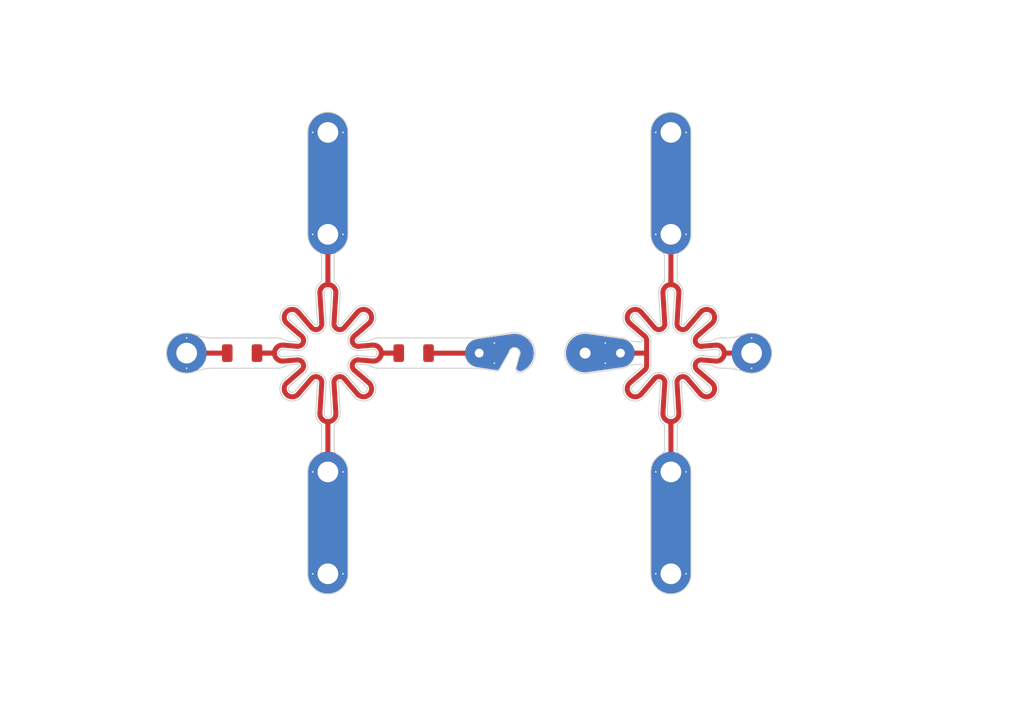
<source format=kicad_pcb>
(kicad_pcb (version 20221018) (generator pcbnew)

  (general
    (thickness 0.06)
  )

  (paper "A4")
  (layers
    (0 "F.Cu" signal)
    (31 "B.Cu" signal)
    (32 "B.Adhes" user "B.Adhesive")
    (33 "F.Adhes" user "F.Adhesive")
    (34 "B.Paste" user)
    (35 "F.Paste" user)
    (36 "B.SilkS" user "B.Silkscreen")
    (37 "F.SilkS" user "F.Silkscreen")
    (38 "B.Mask" user)
    (39 "F.Mask" user)
    (40 "Dwgs.User" user "User.Drawings")
    (41 "Cmts.User" user "User.Comments")
    (42 "Eco1.User" user "User.Eco1")
    (43 "Eco2.User" user "User.Eco2")
    (44 "Edge.Cuts" user)
    (45 "Margin" user)
    (46 "B.CrtYd" user "B.Courtyard")
    (47 "F.CrtYd" user "F.Courtyard")
    (48 "B.Fab" user)
    (49 "F.Fab" user)
    (50 "User.1" user)
    (51 "User.2" user)
    (52 "User.3" user)
    (53 "User.4" user)
    (54 "User.5" user)
    (55 "User.6" user)
    (56 "User.7" user)
    (57 "User.8" user)
    (58 "User.9" user)
  )

  (setup
    (stackup
      (layer "F.SilkS" (type "Top Silk Screen"))
      (layer "F.Paste" (type "Top Solder Paste"))
      (layer "F.Mask" (type "Top Solder Mask") (thickness 0.01))
      (layer "F.Cu" (type "copper") (thickness 0.01))
      (layer "dielectric 1" (type "core") (color "Polyimide") (thickness 0.02) (material "Kapton") (epsilon_r 3.2) (loss_tangent 0.004))
      (layer "B.Cu" (type "copper") (thickness 0.01))
      (layer "B.Mask" (type "Bottom Solder Mask") (thickness 0.01))
      (layer "B.Paste" (type "Bottom Solder Paste"))
      (layer "B.SilkS" (type "Bottom Silk Screen"))
      (copper_finish "None")
      (dielectric_constraints no)
    )
    (pad_to_mask_clearance 0)
    (pcbplotparams
      (layerselection 0x00010c0_ffffffff)
      (plot_on_all_layers_selection 0x0000000_00000000)
      (disableapertmacros false)
      (usegerberextensions false)
      (usegerberattributes true)
      (usegerberadvancedattributes true)
      (creategerberjobfile true)
      (dashed_line_dash_ratio 12.000000)
      (dashed_line_gap_ratio 3.000000)
      (svgprecision 4)
      (plotframeref false)
      (viasonmask false)
      (mode 1)
      (useauxorigin false)
      (hpglpennumber 1)
      (hpglpenspeed 20)
      (hpglpendiameter 15.000000)
      (dxfpolygonmode true)
      (dxfimperialunits true)
      (dxfusepcbnewfont true)
      (psnegative false)
      (psa4output false)
      (plotreference true)
      (plotvalue true)
      (plotinvisibletext false)
      (sketchpadsonfab false)
      (subtractmaskfromsilk false)
      (outputformat 1)
      (mirror false)
      (drillshape 0)
      (scaleselection 1)
      (outputdirectory "./gerber")
    )
  )

  (net 0 "")

  (footprint "Library:MountingHole_4.3mm_M4_DIN965_Pad_TopOnly" (layer "F.Cu") (at 100 56.25))

  (footprint "Library:HVC2512" (layer "F.Cu") (at 117 100))

  (footprint "Library:resistor_chain_connector_1" (layer "F.Cu") (at 158 100 180))

  (footprint "Library:MountingHole_4.3mm_M4_DIN965_Pad_TopOnly" (layer "F.Cu") (at 168 56.25))

  (footprint "Library:MountingHole_4.3mm_M4_DIN965_Pad_TopOnly" (layer "F.Cu") (at 168 76.45))

  (footprint "Library:HVC2512" (layer "F.Cu") (at 83 100))

  (footprint "Library:MountingHole_4.3mm_M4_DIN965_Pad_TopOnly" (layer "F.Cu") (at 100 76.45))

  (footprint "Library:MountingHole_4.3mm_M4_DIN965_Pad_TopOnly" (layer "F.Cu") (at 100 143.75))

  (footprint "Library:resistor_chain_connector_hook" (layer "F.Cu") (at 130 100))

  (footprint "Library:MountingHole_4.3mm_M4_DIN965_Pad_TopOnly" (layer "F.Cu") (at 100 123.55))

  (footprint "Library:MountingHole_4.3mm_M4_DIN965_Pad_TopOnly" (layer "F.Cu") (at 184 100 90))

  (footprint "Library:MountingHole_4.3mm_M4_DIN965_Pad_TopOnly" (layer "F.Cu") (at 72 100 90))

  (footprint "Library:MountingHole_4.3mm_M4_DIN965_Pad_TopOnly" (layer "F.Cu") (at 168 143.75))

  (footprint "Library:MountingHole_4.3mm_M4_DIN965_Pad_TopOnly" (layer "F.Cu") (at 168 123.55))

  (footprint "Library:Resistor-link-loop-flwr-v3.3" (layer "B.Cu") (at 168 100))

  (footprint "Library:Resistor-link-loop-flwr-v3" (layer "B.Cu") (at 100 100 180))

  (gr_line (start 100 100) (end 90 100)
    (stroke (width 0.2) (type dash)) (layer "Dwgs.User") (tstamp 0996e363-47f1-40f2-b9fb-275526de2cca))
  (gr_line (start 151 100) (end 158 100)
    (stroke (width 0.2) (type dash)) (layer "Dwgs.User") (tstamp 58f74a16-9a11-4e4f-9e36-941b8e4d21a7))
  (gr_line (start 168 100) (end 184 100)
    (stroke (width 0.2) (type dash)) (layer "Dwgs.User") (tstamp 6cb8d25d-1f36-4de7-b8df-dad2d4d334dd))
  (gr_line (start 100 100) (end 92.928932 92.928932)
    (stroke (width 0.2) (type dash)) (layer "Dwgs.User") (tstamp 708768bf-34ad-475b-9dea-808ef532daaf))
  (gr_line (start 72 100) (end 90 100)
    (stroke (width 0.2) (type dash)) (layer "Dwgs.User") (tstamp 8c13ef71-7284-464d-be9f-65cc9be1d40b))
  (gr_line (start 100 100) (end 137 100)
    (stroke (width 0.2) (type dash)) (layer "Dwgs.User") (tstamp d222e25d-6083-467f-bbba-96269c98e91d))
  (gr_line (start 168 100) (end 160.928932 92.928932)
    (stroke (width 0.2) (type dash)) (layer "Dwgs.User") (tstamp e6305417-db16-4446-b5a1-4d2b77ba03cb))
  (gr_line (start 173.770225 102.753632) (end 176.652367 105.232558)
    (stroke (width 0.2) (type solid)) (layer "Edge.Cuts") (tstamp 0032dc16-a934-443e-9392-2e13519379a3))
  (gr_arc (start 166.75 85.417729) (mid 166.660192 85.831887) (end 166.406934 86.171677)
    (stroke (width 0.2) (type solid)) (layer "Edge.Cuts") (tstamp 043e3743-4075-4523-ba3a-990ccc4075e7))
  (gr_arc (start 102.420259 111.848437) (mid 102.237561 112.934849) (end 101.593066 113.828323)
    (stroke (width 0.2) (type solid)) (layer "Edge.Cuts") (tstamp 06195d27-f69d-44bb-bb8b-f2aa2f4f7f01))
  (gr_arc (start 176.652367 105.232558) (mid 176.785836 108.785836) (end 173.232558 108.652367)
    (stroke (width 0.2) (type solid)) (layer "Edge.Cuts") (tstamp 07247d47-85a8-4a06-9212-3c5a8683898b))
  (gr_line (start 159.347633 94.767442) (end 162.229775 97.246368)
    (stroke (width 0.2) (type solid)) (layer "Edge.Cuts") (tstamp 079725c7-5c0d-461b-bfc4-7c01efb3ed3d))
  (gr_line (start 170.614827 105.608842) (end 173.232558 108.652367)
    (stroke (width 0.2) (type solid)) (layer "Edge.Cuts") (tstamp 098d1191-6467-437f-87e0-6fa15ae2a8e0))
  (gr_arc (start 103.884725 95.483396) (mid 101.614652 96.031749) (end 100.372338 94.054231)
    (stroke (width 0.2) (type solid)) (layer "Edge.Cuts") (tstamp 09e32483-69ae-431d-9b67-9c91511d386c))
  (gr_line (start 171.884725 104.516604) (end 174.502457 107.560129)
    (stroke (width 0.2) (type solid)) (layer "Edge.Cuts") (tstamp 0a04bd9c-e196-4391-83c6-25c7a97a69fd))
  (gr_line (start 161.990765 97.816636) (end 160.186422 97.665749)
    (stroke (width 0.2) (type solid)) (layer "Edge.Cuts") (tstamp 0c5a93fb-d1c2-4024-900e-29dd4f161632))
  (gr_arc (start 100.372338 105.945769) (mid 101.614652 103.968251) (end 103.884725 104.516604)
    (stroke (width 0.2) (type solid)) (layer "Edge.Cuts") (tstamp 1070b5b5-0cdc-4ed1-ab98-7a1b3199bcc3))
  (gr_line (start 163.322013 104.02353) (end 160.439871 106.502457)
    (stroke (width 0.2) (type solid)) (layer "Edge.Cuts") (tstamp 116b1d7c-029a-4412-831e-5193dbb6fb85))
  (gr_arc (start 99.627662 94.054231) (mid 98.385348 96.031749) (end 96.115275 95.483396)
    (stroke (width 0.2) (type solid)) (layer "Edge.Cuts") (tstamp 12201a4c-cf85-4885-b372-33e8f1628adf))
  (gr_arc (start 90 97) (mid 90.842327 97.12068) (end 91.616886 97.47301)
    (stroke (width 0.2) (type solid)) (layer "Edge.Cuts") (tstamp 12348132-aac0-40b4-93e3-b15f6406e354))
  (gr_arc (start 77.196152 97) (mid 75.30633 96.819805) (end 73.484615 96.285714)
    (stroke (width 0.2) (type solid)) (layer "Edge.Cuts") (tstamp 146ee416-8183-4df7-a79c-4ff93f01e87f))
  (gr_line (start 178 103) (end 178.803848 103)
    (stroke (width 0.2) (type solid)) (layer "Edge.Cuts") (tstamp 167c4141-ef46-48d3-9c50-2210631d7828))
  (gr_line (start 96.115275 104.516604) (end 93.497543 107.560129)
    (stroke (width 0.2) (type solid)) (layer "Edge.Cuts") (tstamp 194e7761-bd64-4b13-b62c-593b4513efe7))
  (gr_arc (start 178 103) (mid 177.157673 102.87932) (end 176.383114 102.52699)
    (stroke (width 0.2) (type solid)) (layer "Edge.Cuts") (tstamp 1b042af1-de81-4ab1-b51d-78dc117a27ef))
  (gr_arc (start 73.484615 103.714286) (mid 75.30633 103.180195) (end 77.196152 103)
    (stroke (width 0.2) (type solid)) (layer "Edge.Cuts") (tstamp 1cd79692-21b5-4645-be97-ca91227a5b01))
  (gr_line (start 102.420259 88.151562) (end 102.044064 94.158919)
    (stroke (width 0.2) (type solid)) (layer "Edge.Cuts") (tstamp 1e7e8b01-6452-4d4e-bf84-ec639f0d6fda))
  (gr_arc (start 94.767442 108.652367) (mid 91.214198 108.785802) (end 91.347633 105.232558)
    (stroke (width 0.2) (type solid)) (layer "Edge.Cuts") (tstamp 1f5d402e-4328-4dcb-bd5c-3db4c207f3fb))
  (gr_line (start 131.542466 103.242315) (end 133.421672 103.53753)
    (stroke (width 0.2) (type solid)) (layer "Edge.Cuts") (tstamp 20721ac2-7e77-4e82-90bb-1e55c3c1bcd8))
  (gr_arc (start 98.75 85.417729) (mid 98.660202 85.831895) (end 98.406934 86.171677)
    (stroke (width 0.2) (type solid)) (layer "Edge.Cuts") (tstamp 237c0d98-185e-47b5-a4c0-8a6c83dc06c9))
  (gr_arc (start 138.244593 103.854022) (mid 137.49734 103.683886) (end 137.289668 102.9462)
    (stroke (width 0.2) (type solid)) (layer "Edge.Cuts") (tstamp 2586e7e0-2bbe-49ab-892a-707caa1e7da8))
  (gr_arc (start 101.593066 86.171677) (mid 101.339799 85.831894) (end 101.25 85.417729)
    (stroke (width 0.2) (type solid)) (layer "Edge.Cuts") (tstamp 277ddb0b-cda4-4a1c-98a9-6812db1150f7))
  (gr_line (start 171.884725 95.483396) (end 174.502457 92.439871)
    (stroke (width 0.2) (type solid)) (layer "Edge.Cuts") (tstamp 2d87ded7-b58b-4c98-9cd8-74b307d556fb))
  (gr_line (start 164 56.25) (end 164 76.45)
    (stroke (width 0.2) (type solid)) (layer "Edge.Cuts") (tstamp 2d95dc25-2a18-4f61-be89-87014586feae))
  (gr_arc (start 133.932281 103.293588) (mid 133.714807 103.494735) (end 133.421672 103.53753)
    (stroke (width 0.2) (type solid)) (layer "Edge.Cuts") (tstamp 2ff57a7b-75bd-4806-9a57-16ef4cb6e67a))
  (gr_line (start 106.009235 102.183364) (end 107.813578 102.334251)
    (stroke (width 0.2) (type solid)) (layer "Edge.Cuts") (tstamp 307ce7e4-09d1-423c-a2b8-35b4da56c64e))
  (gr_arc (start 176.383114 97.47301) (mid 177.157673 97.12068) (end 178 97)
    (stroke (width 0.2) (type solid)) (layer "Edge.Cuts") (tstamp 330285d3-7f27-4032-8e20-3775b750a43a))
  (gr_line (start 151.6075 104.004178) (end 158.45 102.966058)
    (stroke (width 0.2) (type solid)) (layer "Edge.Cuts") (tstamp 344b5ab5-741c-4724-882e-16a475908378))
  (gr_line (start 101.25 80.915143) (end 101.25 85.417729)
    (stroke (width 0.2) (type solid)) (layer "Edge.Cuts") (tstamp 353c57e4-4b59-4885-a2bc-fa59a77b7775))
  (gr_line (start 103.884725 95.483396) (end 106.502457 92.439871)
    (stroke (width 0.2) (type solid)) (layer "Edge.Cuts") (tstamp 35ad25cf-0a8a-4d41-b9c6-d403356f59e8))
  (gr_line (start 99.251466 88.046875) (end 99.627662 94.054231)
    (stroke (width 0.2) (type solid)) (layer "Edge.Cuts") (tstamp 375cace8-5560-4525-8d70-550729369ff6))
  (gr_line (start 170.420259 88.151562) (end 170.044064 94.158919)
    (stroke (width 0.2) (type solid)) (layer "Edge.Cuts") (tstamp 38742dcd-0cb7-4374-a1e9-9a1fc9230dee))
  (gr_arc (start 91.0625 100.747391) (mid 90.25 100) (end 91.0625 99.252609)
    (stroke (width 0.2) (type solid)) (layer "Edge.Cuts") (tstamp 38bcd0e2-7b3a-46de-ace6-06986b9acc0b))
  (gr_arc (start 159.616886 102.52699) (mid 159.056503 102.80781) (end 158.45 102.966058)
    (stroke (width 0.2) (type solid)) (layer "Edge.Cuts") (tstamp 38cff3e8-539c-4659-9d3a-be38bc8be9fe))
  (gr_line (start 102.420259 111.848438) (end 102.044064 105.841081)
    (stroke (width 0.2) (type solid)) (layer "Edge.Cuts") (tstamp 3906c723-592c-404d-972f-66d3d44e65b8))
  (gr_arc (start 98.2 80.022114) (mid 98.601469 80.390738) (end 98.75 80.915143)
    (stroke (width 0.2) (type solid)) (layer "Edge.Cuts") (tstamp 393c16b9-8446-4d0a-bde8-e614b14c27ad))
  (gr_arc (start 169.593066 86.171677) (mid 169.339788 85.831896) (end 169.25 85.417729)
    (stroke (width 0.2) (type solid)) (layer "Edge.Cuts") (tstamp 39f3f395-9c14-424f-8268-8993eb192ab3))
  (gr_arc (start 102.044064 105.841081) (mid 102.245941 105.519735) (end 102.614827 105.608842)
    (stroke (width 0.2) (type solid)) (layer "Edge.Cuts") (tstamp 3a03bcb3-5823-4202-9dca-81212c1f1a30))
  (gr_circle (center 109 100) (end 109.01 100)
    (stroke (width 0.0001) (type solid)) (fill solid) (layer "Edge.Cuts") (tstamp 3acbf3ba-6f48-47b5-bbef-e25f26b1f953))
  (gr_arc (start 169.25 80.915143) (mid 169.398514 80.390722) (end 169.8 80.022114)
    (stroke (width 0.2) (type solid)) (layer "Edge.Cuts") (tstamp 3ace869f-2875-47da-9243-802836cea8f1))
  (gr_arc (start 169.8 119.977886) (mid 169.398547 119.609258) (end 169.25 119.084857)
    (stroke (width 0.2) (type solid)) (layer "Edge.Cuts") (tstamp 3bb8a573-0e25-4f75-93d1-78390c78623c))
  (gr_line (start 106.009235 97.816636) (end 107.813578 97.665749)
    (stroke (width 0.2) (type solid)) (layer "Edge.Cuts") (tstamp 3cf95d44-9265-49f0-9085-ac5beb4de297))
  (gr_arc (start 168.372338 105.945769) (mid 169.614646 103.968305) (end 171.884725 104.516604)
    (stroke (width 0.2) (type solid)) (layer "Edge.Cuts") (tstamp 3d404498-c09c-459e-924b-2d85007cdafa))
  (gr_arc (start 104 143.75) (mid 100 147.75) (end 96 143.75)
    (stroke (width 0.2) (type solid)) (layer "Edge.Cuts") (tstamp 3da43574-e415-49d0-9d33-d164a04f854b))
  (gr_arc (start 101.593066 86.171677) (mid 102.237561 87.065151) (end 102.420259 88.151563)
    (stroke (width 0.2) (type solid)) (layer "Edge.Cuts") (tstamp 40feb7ca-39f0-49be-9900-10d3e0e7281e))
  (gr_arc (start 166.406934 113.828323) (mid 166.660212 114.168104) (end 166.75 114.582271)
    (stroke (width 0.2) (type solid)) (layer "Edge.Cuts") (tstamp 414dea99-8a4e-440b-9e33-1981df2ec7e9))
  (gr_line (start 93.851182 100.51419) (end 91.0625 100.747391)
    (stroke (width 0.2) (type solid)) (layer "Edge.Cuts") (tstamp 41de6733-54af-4efc-90e0-179fb438849f))
  (gr_arc (start 169.8 119.977886) (mid 171.405877 121.452382) (end 172 123.55)
    (stroke (width 0.2) (type solid)) (layer "Edge.Cuts") (tstamp 429a607e-1d2c-49dd-a668-1b7ab8b14813))
  (gr_arc (start 166.2 80.022114) (mid 164.594123 78.547618) (end 164 76.45)
    (stroke (width 0.2) (type solid)) (layer "Edge.Cuts") (tstamp 430f6cf5-06ad-4e1c-95bd-6876c141905a))
  (gr_arc (start 169.593066 86.171677) (mid 170.237561 87.065151) (end 170.420259 88.151563)
    (stroke (width 0.2) (type solid)) (layer "Edge.Cuts") (tstamp 4455b19d-2749-445b-919f-e0fc91d2ad47))
  (gr_arc (start 173.232558 91.347633) (mid 176.785804 91.214196) (end 176.652367 94.767442)
    (stroke (width 0.2) (type solid)) (layer "Edge.Cuts") (tstamp 465bf216-29fe-4622-aae3-388dc2b98797))
  (gr_arc (start 170.614827 94.391158) (mid 170.245907 94.480278) (end 170.044064 94.158919)
    (stroke (width 0.2) (type solid)) (layer "Edge.Cuts") (tstamp 46840fc1-d0f9-499f-9f48-f878e0ce6e5b))
  (gr_arc (start 172 76.45) (mid 171.405877 78.547618) (end 169.8 80.022114)
    (stroke (width 0.2) (type solid)) (layer "Edge.Cuts") (tstamp 49587aa7-beeb-462d-afad-14287e8d213e))
  (gr_line (start 104 56.25) (end 104 76.45)
    (stroke (width 0.2) (type solid)) (layer "Edge.Cuts") (tstamp 4ba2db26-bdc2-443c-839c-57bc83314bf3))
  (gr_arc (start 159.347633 94.767442) (mid 159.214164 91.214164) (end 162.767442 91.347633)
    (stroke (width 0.2) (type solid)) (layer "Edge.Cuts") (tstamp 4d90d239-03df-4770-b70e-7cf63113bee1))
  (gr_arc (start 160.186422 97.665749) (mid 159.889894 97.604131) (end 159.616886 97.47301)
    (stroke (width 0.2) (type solid)) (layer "Edge.Cuts") (tstamp 4d97c0dc-31b7-4bad-bb36-404d287dd6c8))
  (gr_arc (start 165.579741 88.151563) (mid 165.762438 87.065151) (end 166.406934 86.171677)
    (stroke (width 0.2) (type solid)) (layer "Edge.Cuts") (tstamp 4efe2eee-dd88-4cd2-a5ec-98417d014d47))
  (gr_line (start 135.917443 99.855187) (end 133.932281 103.293588)
    (stroke (width 0.2) (type solid)) (layer "Edge.Cuts") (tstamp 50d504f7-55c5-4665-b499-f89fb1bfb43e))
  (gr_line (start 100.372338 94.054231) (end 100.748534 88.046875)
    (stroke (width 0.2) (type solid)) (layer "Edge.Cuts") (tstamp 519cf26c-541c-49ab-9f3c-3a04c666424a))
  (gr_line (start 104.677987 104.02353) (end 107.560129 106.502457)
    (stroke (width 0.2) (type solid)) (layer "Edge.Cuts") (tstamp 53963580-b6cf-4d55-9a4c-74d447f4b183))
  (gr_arc (start 105.770225 102.753632) (mid 105.68241 102.381604) (end 106.009235 102.183364)
    (stroke (width 0.2) (type solid)) (layer "Edge.Cuts") (tstamp 53b0fcba-d0f4-4a7c-ae55-d1c77af8c4d0))
  (gr_arc (start 182.515385 96.285714) (mid 180.693671 96.819813) (end 178.803848 97)
    (stroke (width 0.2) (type solid)) (layer "Edge.Cuts") (tstamp 54eb27cd-c338-4ffa-8344-268fabbf0b7f))
  (gr_line (start 96 76.45) (end 96 56.25)
    (stroke (width 0.2) (type solid)) (layer "Edge.Cuts") (tstamp 56ab7417-a33f-4e47-885e-653d50a1c322))
  (gr_line (start 94.229775 97.246368) (end 91.347633 94.767442)
    (stroke (width 0.2) (type solid)) (layer "Edge.Cuts") (tstamp 570378e5-6f20-4060-8231-a82c397d4da5))
  (gr_arc (start 94.229775 97.246368) (mid 94.317588 97.618393) (end 93.990765 97.816636)
    (stroke (width 0.2) (type solid)) (layer "Edge.Cuts") (tstamp 57703a4a-266c-4181-b72b-632e4191f887))
  (gr_arc (start 136.371471 95.999069) (mid 140.939537 99.060563) (end 138.244593 103.854022)
    (stroke (width 0.2) (type solid)) (layer "Edge.Cuts") (tstamp 59da2dc6-8c1b-4b18-b7d1-781b3f38c847))
  (gr_arc (start 101.25 80.915143) (mid 101.39853 80.390737) (end 101.8 80.022114)
    (stroke (width 0.2) (type solid)) (layer "Edge.Cuts") (tstamp 5b8391bd-3496-4c6f-8053-ac5c7a435b7d))
  (gr_line (start 94.229775 102.753632) (end 91.347633 105.232558)
    (stroke (width 0.2) (type solid)) (layer "Edge.Cuts") (tstamp 5b8a850f-1e6c-42b7-9041-04c7dd355a97))
  (gr_arc (start 166.2 80.022114) (mid 166.601453 80.390742) (end 166.75 80.915143)
    (stroke (width 0.2) (type solid)) (layer "Edge.Cuts") (tstamp 5c47bdeb-a5bc-4bdd-80eb-b4c3ef5c4b96))
  (gr_arc (start 161.497543 107.560129) (mid 160.398568 107.601432) (end 160.439871 106.502457)
    (stroke (width 0.2) (type solid)) (layer "Edge.Cuts") (tstamp 5cea14fb-502c-4618-b3c1-0fde40cf3fd0))
  (gr_arc (start 95.322013 95.97647) (mid 95.862392 98.265849) (end 93.851182 99.48581)
    (stroke (width 0.2) (type solid)) (layer "Edge.Cuts") (tstamp 5d0ba928-0e13-45d5-a27a-12a237c03fe8))
  (gr_arc (start 92.439871 93.497543) (mid 92.398602 92.398602) (end 93.497543 92.439871)
    (stroke (width 0.2) (type solid)) (layer "Edge.Cuts") (tstamp 5d41a9ad-b0b9-4159-8277-2e368d1f66d2))
  (gr_arc (start 104 76.45) (mid 103.405877 78.547618) (end 101.8 80.022114)
    (stroke (width 0.2) (type solid)) (layer "Edge.Cuts") (tstamp 5d73328e-83a5-4c0c-aa47-c52eff82d63c))
  (gr_arc (start 175.813578 102.334251) (mid 176.110106 102.395869) (end 176.383114 102.52699)
    (stroke (width 0.2) (type solid)) (layer "Edge.Cuts") (tstamp 5db0242f-7cd0-496c-a68b-d70c621aa7dd))
  (gr_arc (start 175.560129 106.502457) (mid 175.601432 107.601432) (end 174.502457 107.560129)
    (stroke (width 0.2) (type solid)) (layer "Edge.Cuts") (tstamp 5f611181-8eb1-41e8-b25f-ff4c86fc4939))
  (gr_arc (start 168.748534 111.953125) (mid 168 112.75) (end 167.251466 111.953125)
    (stroke (width 0.2) (type solid)) (layer "Edge.Cuts") (tstamp 60df1764-8cf2-46e4-9b7b-09c20a863b7f))
  (gr_arc (start 164.115275 104.516604) (mid 166.385346 103.968253) (end 167.627662 105.945769)
    (stroke (width 0.2) (type solid)) (layer "Edge.Cuts") (tstamp 6115b803-718e-4a2f-bcf7-d862a2b91443))
  (gr_arc (start 96 123.55) (mid 96.594123 121.452382) (end 98.2 119.977886)
    (stroke (width 0.2) (type solid)) (layer "Edge.Cuts") (tstamp 62316d44-b83d-4f56-8db9-40a9d9fa1a3f))
  (gr_arc (start 73.484615 103.714286) (mid 68 100) (end 73.484615 96.285714)
    (stroke (width 0.2) (type solid)) (layer "Edge.Cuts") (tstamp 626a541c-8d89-4872-88d7-c69c022bbaf7))
  (gr_line (start 93.851182 99.48581) (end 91.0625 99.252609)
    (stroke (width 0.2) (type solid)) (layer "Edge.Cuts") (tstamp 626cb308-72d5-4f85-8b73-6fd3bf0a039e))
  (gr_arc (start 174.502457 92.439871) (mid 175.601432 92.398568) (end 175.560129 93.497543)
    (stroke (width 0.2) (type solid)) (layer "Edge.Cuts") (tstamp 63243ba7-b94b-4d45-9b7a-867f1d975ac6))
  (gr_line (start 108.652367 94.767442) (end 105.770225 97.246368)
    (stroke (width 0.2) (type solid)) (layer "Edge.Cuts") (tstamp 648635d5-e1d9-436f-ba4a-643193800c2b))
  (gr_line (start 165.579741 88.151562) (end 165.955936 94.158919)
    (stroke (width 0.2) (type solid)) (layer "Edge.Cuts") (tstamp 64e25ed8-abea-46f1-a221-f46c2e56719a))
  (gr_line (start 159.347633 105.232558) (end 162.229775 102.753632)
    (stroke (width 0.2) (type solid)) (layer "Edge.Cuts") (tstamp 6746d767-1537-46f9-bde8-fd402b51dec5))
  (gr_line (start 174.148818 100.51419) (end 176.9375 100.747391)
    (stroke (width 0.2) (type solid)) (layer "Edge.Cuts") (tstamp 694bfcfc-798c-4311-a6f6-d67b500fc206))
  (gr_arc (start 164 123.55) (mid 164.594123 121.452382) (end 166.2 119.977886)
    (stroke (width 0.2) (type solid)) (layer "Edge.Cuts") (tstamp 6a39d5d1-0898-4665-9744-e984a580f26f))
  (gr_line (start 95.322013 95.97647) (end 92.439871 93.497543)
    (stroke (width 0.2) (type solid)) (layer "Edge.Cuts") (tstamp 6a78ed17-0bbe-4ec0-98ba-6c4bce520a73))
  (gr_arc (start 172 143.75) (mid 168 147.75) (end 164 143.75)
    (stroke (width 0.2) (type solid)) (layer "Edge.Cuts") (tstamp 6a870e0b-5396-4432-8e5a-f27a910e78d8))
  (gr_line (start 90 103) (end 77.196152 103)
    (stroke (width 0.2) (type solid)) (layer "Edge.Cuts") (tstamp 6b74de18-c6be-49f2-931c-fe598ffbdf64))
  (gr_arc (start 182.515385 96.285714) (mid 188 100) (end 182.515385 103.714286)
    (stroke (width 0.2) (type solid)) (layer "Edge.Cuts") (tstamp 6bdec103-8fa6-4ffc-a9f9-eb1d80db96a9))
  (gr_arc (start 101.8 119.977886) (mid 101.398532 119.609261) (end 101.25 119.084857)
    (stroke (width 0.2) (type solid)) (layer "Edge.Cuts") (tstamp 6c4cfbad-88ff-4f89-a0bc-a4a4928267cb))
  (gr_line (start 164.115275 104.516604) (end 161.497543 107.560129)
    (stroke (width 0.2) (type solid)) (layer "Edge.Cuts") (tstamp 6d1f1ee0-a6a0-40b0-b5b2-5b188e99d33f))
  (gr_arc (start 100.748534 111.953125) (mid 100 112.75) (end 99.251466 111.953125)
    (stroke (width 0.2) (type solid)) (layer "Edge.Cuts") (tstamp 6da8d5df-9b53-4db2-a217-cfe4b629e4dd))
  (gr_line (start 97.385173 94.391158) (end 94.767442 91.347633)
    (stroke (width 0.2) (type solid)) (layer "Edge.Cuts") (tstamp 6ec6554f-d846-45a9-a5a9-bb03c730938f))
  (gr_arc (start 167.627662 94.054231) (mid 166.385354 96.031695) (end 164.115275 95.483396)
    (stroke (width 0.2) (type solid)) (layer "Edge.Cuts") (tstamp 6eda0c4d-b1e8-41d6-be9b-f898d7808131))
  (gr_line (start 104 143.75) (end 104 123.55)
    (stroke (width 0.2) (type solid)) (layer "Edge.Cuts") (tstamp 720a879c-e7a9-4637-a5ae-5164c2c72787))
  (gr_line (start 101.25 119.084857) (end 101.25 114.582271)
    (stroke (width 0.2) (type solid)) (layer "Edge.Cuts") (tstamp 75acca2a-a230-43a2-8948-488dc86215f2))
  (gr_circle (center 158 100) (end 158.01 100)
    (stroke (width 0.0001) (type solid)) (fill solid) (layer "Edge.Cuts") (tstamp 75cfe274-f190-4689-9f2c-8a97370946c0))
  (gr_line (start 164.115275 95.483396) (end 161.497543 92.439871)
    (stroke (width 0.2) (type solid)) (layer "Edge.Cuts") (tstamp 76c9bfb8-4971-42dd-8015-26c405c47f5b))
  (gr_arc (start 97.579741 88.151563) (mid 97.762438 87.065151) (end 98.406934 86.171677)
    (stroke (width 0.2) (type solid)) (layer "Edge.Cuts") (tstamp 779f2a4f-f0d8-48dd-96ad-24f9c427afbe))
  (gr_arc (start 91.616886 102.52699) (mid 91.889893 102.395866) (end 92.186422 102.334251)
    (stroke (width 0.2) (type solid)) (layer "Edge.Cuts") (tstamp 785fe441-06a6-405d-ab90-7289b44e8cd0))
  (gr_arc (start 166.75 119.084857) (mid 166.601486 119.609278) (end 166.2 119.977886)
    (stroke (width 0.2) (type solid)) (layer "Edge.Cuts") (tstamp 7b5e0bf1-af61-48a9-bc73-e2171990bc81))
  (gr_line (start 100.372338 105.945769) (end 100.748534 111.953125)
    (stroke (width 0.2) (type solid)) (layer "Edge.Cuts") (tstamp 7b8a3bb3-31d5-43c2-a12d-bd6afbcbad5e))
  (gr_arc (start 92.186422 97.665749) (mid 91.889893 97.604134) (end 91.616886 97.47301)
    (stroke (width 0.2) (type solid)) (layer "Edge.Cuts") (tstamp 7d7cd399-be10-46ff-8d3e-4e928f7702c6))
  (gr_arc (start 102.614827 94.391158) (mid 102.245941 94.480264) (end 102.044064 94.158919)
    (stroke (width 0.2) (type solid)) (layer "Edge.Cuts") (tstamp 7f394313-9532-46c5-8142-98005cf98fba))
  (gr_arc (start 96.115275 104.516604) (mid 98.385348 103.968251) (end 99.627662 105.945769)
    (stroke (width 0.2) (type solid)) (layer "Edge.Cuts") (tstamp 7fa0563a-0d44-4570-89ab-70bcc4644d12))
  (gr_line (start 170.614827 94.391158) (end 173.232558 91.347633)
    (stroke (width 0.2) (type solid)) (layer "Edge.Cuts") (tstamp 7fb14874-2625-4659-afb5-da7390a7198e))
  (gr_arc (start 99.251466 88.046875) (mid 100 87.25) (end 100.748534 88.046875)
    (stroke (width 0.2) (type solid)) (layer "Edge.Cuts") (tstamp 7fefb490-0641-4630-91bc-9f683d2d5a92))
  (gr_line (start 97.385173 105.608842) (end 94.767442 108.652367)
    (stroke (width 0.2) (type solid)) (layer "Edge.Cuts") (tstamp 819bbe6b-d63d-4dfb-9439-b37c7dab9299))
  (gr_arc (start 108.383114 97.47301) (mid 108.110108 97.604137) (end 107.813578 97.665749)
    (stroke (width 0.2) (type solid)) (layer "Edge.Cuts") (tstamp 84816165-c962-4726-9cd4-1665ec0fd361))
  (gr_arc (start 106.148818 99.48581) (mid 104.137608 98.26585) (end 104.677987 95.97647)
    (stroke (width 0.2) (type solid)) (layer "Edge.Cuts") (tstamp 849b9fa8-ea5c-4dbf-b71b-519c8102b617))
  (gr_line (start 110 103) (end 128.438617 103)
    (stroke (width 0.2) (type solid)) (layer "Edge.Cuts") (tstamp 84e712d5-7759-4ce5-a414-aab08e1a1a33))
  (gr_line (start 166.75 119.084857) (end 166.75 114.582271)
    (stroke (width 0.2) (type solid)) (layer "Edge.Cuts") (tstamp 855b15ee-86dd-48cc-b312-35bd6e803417))
  (gr_arc (start 166.406934 113.828323) (mid 165.762439 112.934849) (end 165.579741 111.848437)
    (stroke (width 0.2) (type solid)) (layer "Edge.Cuts") (tstamp 85f3eb70-fca4-45c1-b26d-7e01409c6917))
  (gr_line (start 131.542466 96.757685) (end 136.371471 95.999069)
    (stroke (width 0.2) (type solid)) (layer "Edge.Cuts") (tstamp 8727c0a9-46b1-45d3-b91c-0d8b1bf3a86a))
  (gr_arc (start 106.009235 97.816636) (mid 105.682414 97.618394) (end 105.770225 97.246368)
    (stroke (width 0.2) (type solid)) (layer "Edge.Cuts") (tstamp 8728af14-99b6-44d1-bc11-09b51f938ec8))
  (gr_line (start 173.770225 97.246368) (end 176.652367 94.767442)
    (stroke (width 0.2) (type solid)) (layer "Edge.Cuts") (tstamp 875017c6-6e9f-4bde-a3b1-549b863da66a))
  (gr_line (start 106.148818 99.48581) (end 108.9375 99.252609)
    (stroke (width 0.2) (type solid)) (layer "Edge.Cuts") (tstamp 87c0d10d-54fc-4e6e-960c-d780ae2a9535))
  (gr_line (start 163.322013 95.97647) (end 160.439871 93.497543)
    (stroke (width 0.2) (type solid)) (layer "Edge.Cuts") (tstamp 8916a40c-ed15-4bc0-8ab5-dcec44c3e331))
  (gr_arc (start 170.420259 111.848437) (mid 170.237562 112.934849) (end 169.593066 113.828323)
    (stroke (width 0.2) (type solid)) (layer "Edge.Cuts") (tstamp 893f2868-a28b-4bec-a295-f50562069e23))
  (gr_line (start 164.017849 97.492767) (end 164.017849 102.507233)
    (stroke (width 0.2) (type solid)) (layer "Edge.Cuts") (tstamp 89e2118a-c443-4055-af6d-4d03c814ba56))
  (gr_arc (start 96 56.25) (mid 100 52.25) (end 104 56.25)
    (stroke (width 0.2) (type solid)) (layer "Edge.Cuts") (tstamp 8b202b25-7526-4077-ae8f-0b3bc89a8057))
  (gr_line (start 172.677987 104.02353) (end 175.560129 106.502457)
    (stroke (width 0.2) (type solid)) (layer "Edge.Cuts") (tstamp 8c445c43-dbb2-4835-adc7-a87d6d4aa19a))
  (gr_line (start 168.748534 88.046875) (end 168.372338 94.054231)
    (stroke (width 0.2) (type solid)) (layer "Edge.Cuts") (tstamp 8e9856d8-f16e-44f2-9fa0-b029481b294e))
  (gr_arc (start 93.851182 100.51419) (mid 95.862392 101.73415) (end 95.322013 104.02353)
    (stroke (width 0.2) (type solid)) (layer "Edge.Cuts") (tstamp 92158343-bc6d-4f1f-8692-12562fa224dc))
  (gr_line (start 98.75 80.915143) (end 98.75 85.417729)
    (stroke (width 0.2) (type solid)) (layer "Edge.Cuts") (tstamp 92432303-87be-44e3-8b39-15b08dd7e735))
  (gr_line (start 104.677987 95.97647) (end 107.560129 93.497543)
    (stroke (width 0.2) (type solid)) (layer "Edge.Cuts") (tstamp 93306f09-ab82-40ee-8b9f-183a23ee0b74))
  (gr_arc (start 97.385173 105.608842) (mid 97.75406 105.519735) (end 97.955936 105.841081)
    (stroke (width 0.2) (type solid)) (layer "Edge.Cuts") (tstamp 970227b5-124a-40ff-bc83-5c682f84e684))
  (gr_line (start 172.677987 95.97647) (end 175.560129 93.497543)
    (stroke (width 0.2) (type solid)) (layer "Edge.Cuts") (tstamp 97e434a3-4a7a-4772-8ffb-22b4600a0fc1))
  (gr_arc (start 158.45 97.033942) (mid 159.056504 97.192189) (end 159.616886 97.47301)
    (stroke (width 0.2) (type solid)) (layer "Edge.Cuts") (tstamp 9891f91d-8df7-4592-b844-1560f77c3cf6))
  (gr_arc (start 106.502457 92.439871) (mid 107.6014 92.3986) (end 107.560129 93.497543)
    (stroke (width 0.2) (type solid)) (layer "Edge.Cuts") (tstamp 98ad82c1-3d5c-4a7c-958e-b841f8d524fb))
  (gr_arc (start 91.347633 94.767442) (mid 91.214198 91.214198) (end 94.767442 91.347633)
    (stroke (width 0.2) (type solid)) (layer "Edge.Cuts") (tstamp 993344bc-4145-4bda-9ee0-8e18b9c83caf))
  (gr_line (start 167.627662 105.945769) (end 167.251466 111.953125)
    (stroke (width 0.2) (type solid)) (layer "Edge.Cuts") (tstamp 9a29effd-48e2-434b-9005-814223bb4e80))
  (gr_arc (start 171.884725 95.483396) (mid 169.614654 96.031747) (end 168.372338 94.054231)
    (stroke (width 0.2) (type solid)) (layer "Edge.Cuts") (tstamp 9a9b5040-58a1-42bc-b498-b63b98ca3fc4))
  (gr_line (start 174.148818 99.48581) (end 176.9375 99.252609)
    (stroke (width 0.2) (type solid)) (layer "Edge.Cuts") (tstamp 9af9bf67-406b-4c17-b2ed-7ded32ba7956))
  (gr_arc (start 162.229775 97.246368) (mid 162.317597 97.618434) (end 161.990765 97.816636)
    (stroke (width 0.2) (type solid)) (layer "Edge.Cuts") (tstamp a254e68d-1087-40f7-9a9e-ad0acd52cad5))
  (gr_line (start 96 123.55) (end 96 143.75)
    (stroke (width 0.2) (type solid)) (layer "Edge.Cuts") (tstamp a276117b-79cd-47ca-8cff-779ab285e419))
  (gr_arc (start 174.009235 97.816636) (mid 173.68249 97.618397) (end 173.770225 97.246368)
    (stroke (width 0.2) (type solid)) (layer "Edge.Cuts") (tstamp a29002c7-2d58-4b18-8673-f2fad31d967e))
  (gr_arc (start 101.8 119.977886) (mid 103.405877 121.452382) (end 104 123.55)
    (stroke (width 0.2) (type solid)) (layer "Edge.Cuts") (tstamp a321723e-fd37-48e0-b0d3-23535999cc5e))
  (gr_arc (start 101.25 114.582271) (mid 101.339798 114.168105) (end 101.593066 113.828323)
    (stroke (width 0.2) (type solid)) (layer "Edge.Cuts") (tstamp a35c468a-7bb5-458e-93ed-2b9d201de088))
  (gr_line (start 164 143.75) (end 164 123.55)
    (stroke (width 0.2) (type solid)) (layer "Edge.Cuts") (tstamp a3ec86c6-7432-4f95-a5c7-60b1be8ad8cf))
  (gr_arc (start 172.677987 104.02353) (mid 172.137598 101.734109) (end 174.148818 100.51419)
    (stroke (width 0.2) (type solid)) (layer "Edge.Cuts") (tstamp a3fb8c33-82f1-42ac-835d-bd67747b773b))
  (gr_arc (start 176.383114 97.47301) (mid 176.110108 97.604137) (end 175.813578 97.665749)
    (stroke (width 0.2) (type solid)) (layer "Edge.Cuts") (tstamp a4210b3b-d9cd-4002-ab5b-41863b24adfa))
  (gr_line (start 92.186422 97.665749) (end 93.990765 97.816636)
    (stroke (width 0.2) (type solid)) (layer "Edge.Cuts") (tstamp a4a2d8b3-5966-4d68-8397-e7fc89574772))
  (gr_arc (start 98.2 80.022114) (mid 96.594123 78.547618) (end 96 76.45)
    (stroke (width 0.2) (type solid)) (layer "Edge.Cuts") (tstamp a5b40e35-4009-4216-b0ad-6a04eabe2bd4))
  (gr_line (start 169.25 119.084857) (end 169.25 114.582271)
    (stroke (width 0.2) (type solid)) (layer "Edge.Cuts") (tstamp a7083ff0-f2d5-41f7-a9d0-ea0538d1d71b))
  (gr_line (start 95.322013 104.02353) (end 92.439871 106.502457)
    (stroke (width 0.2) (type solid)) (layer "Edge.Cuts") (tstamp a8a022e5-938c-4857-8a5a-a4861484d285))
  (gr_line (start 103.884725 104.516604) (end 106.502457 107.560129)
    (stroke (width 0.2) (type solid)) (layer "Edge.Cuts") (tstamp aa4f7b12-280b-4f36-a7c1-e5b588342cd1))
  (gr_arc (start 107.560129 106.502457) (mid 107.601432 107.601432) (end 106.502457 107.560129)
    (stroke (width 0.2) (type solid)) (layer "Edge.Cuts") (tstamp ab68f48e-fe7c-4ccb-af84-77e3ba424614))
  (gr_arc (start 105.232558 91.347633) (mid 108.785802 91.214198) (end 108.652367 94.767442)
    (stroke (width 0.2) (type solid)) (layer "Edge.Cuts") (tstamp ac741177-c43b-4b6f-8a8f-e5842ac09c87))
  (gr_line (start 92.186422 102.334251) (end 93.990765 102.183364)
    (stroke (width 0.2) (type solid)) (layer "Edge.Cuts") (tstamp ada521fe-8229-447c-9e00-4ec12c7adc26))
  (gr_line (start 97.579741 88.151562) (end 97.955936 94.158919)
    (stroke (width 0.2) (type solid)) (layer "Edge.Cuts") (tstamp aed56444-89dd-487c-b9e8-cfd6e036a9ff))
  (gr_arc (start 167.251466 88.046875) (mid 168 87.25) (end 168.748534 88.046875)
    (stroke (width 0.2) (type solid)) (layer "Edge.Cuts") (tstamp aee8ba5d-ccb3-4640-8128-a242a2b1bc8e))
  (gr_line (start 102.614827 105.608842) (end 105.232558 108.652367)
    (stroke (width 0.2) (type solid)) (layer "Edge.Cuts") (tstamp af39d8ef-e818-4558-8e3a-19e56a3a76f2))
  (gr_line (start 166.75 80.915143) (end 166.75 85.417729)
    (stroke (width 0.2) (type solid)) (layer "Edge.Cuts") (tstamp af942f20-ce73-4246-b6aa-022718677f7b))
  (gr_line (start 175.813578 102.334251) (end 174.009235 102.183364)
    (stroke (width 0.2) (type solid)) (layer "Edge.Cuts") (tstamp afde3263-43e0-4bd8-842f-25fd345a04b7))
  (gr_line (start 96.115275 95.483396) (end 93.497543 92.439871)
    (stroke (width 0.2) (type solid)) (layer "Edge.Cuts") (tstamp b0c66a24-8b6d-4e32-8851-9003e1dd3ae7))
  (gr_line (start 169.25 80.915143) (end 169.25 85.417729)
    (stroke (width 0.2) (type solid)) (layer "Edge.Cuts") (tstamp b1ff148f-4e70-4940-becd-6c51d6c797ef))
  (gr_circle (center 130 100) (end 130.01 100)
    (stroke (width 0.0001) (type solid)) (fill solid) (layer "Edge.Cuts") (tstamp b48a9dfd-d7fd-486b-86ab-257453bbfed1))
  (gr_line (start 170.420259 111.848438) (end 170.044064 105.841081)
    (stroke (width 0.2) (type solid)) (layer "Edge.Cuts") (tstamp b4d4e769-c233-4846-8a9e-70233ce47859))
  (gr_arc (start 151.6075 104.004178) (mid 146.95 100) (end 151.6075 95.995822)
    (stroke (width 0.2) (type solid)) (layer "Edge.Cuts") (tstamp b78514e2-e15e-4db8-90ed-acb44acd4792))
  (gr_arc (start 110 103) (mid 109.157673 102.87932) (end 108.383114 102.52699)
    (stroke (width 0.2) (type solid)) (layer "Edge.Cuts") (tstamp baf7a231-10e5-4c4d-9716-f8793d83fba3))
  (gr_arc (start 93.497543 107.560129) (mid 92.398602 107.601398) (end 92.439871 106.502457)
    (stroke (width 0.2) (type solid)) (layer "Edge.Cuts") (tstamp bb99fb2e-9247-494f-9775-a09a4ca42937))
  (gr_circle (center 134 100) (end 134.01 100)
    (stroke (width 0.0001) (type solid)) (fill solid) (layer "Edge.Cuts") (tstamp bbd713f0-87eb-4e40-83b4-c9f424174040))
  (gr_arc (start 98.406934 113.828323) (mid 97.762439 112.934849) (end 97.579741 111.848437)
    (stroke (width 0.2) (type solid)) (layer "Edge.Cuts") (tstamp be15d77d-3774-423c-a791-701ed873c83d))
  (gr_line (start 161.990765 102.183364) (end 160.186422 102.334251)
    (stroke (width 0.2) (type solid)) (layer "Edge.Cuts") (tstamp be594592-db69-42f4-82f0-588430e6420a))
  (gr_line (start 110 97) (end 128.438617 97)
    (stroke (width 0.2) (type solid)) (layer "Edge.Cuts") (tstamp be900677-45ed-48c2-adb4-1548cd60ad2d))
  (gr_line (start 172 76.45) (end 172 56.25)
    (stroke (width 0.2) (type solid)) (layer "Edge.Cuts") (tstamp bfa2e079-5616-4663-bb84-22c866041dbd))
  (gr_arc (start 104.677987 104.02353) (mid 104.137604 101.734147) (end 106.148818 100.51419)
    (stroke (width 0.2) (type solid)) (layer "Edge.Cuts") (tstamp c1835767-08e4-43ba-8410-d845b5377a0c))
  (gr_line (start 172 123.55) (end 172 143.75)
    (stroke (width 0.2) (type solid)) (layer "Edge.Cuts") (tstamp c1a1aabd-015b-4563-8694-5122a13512fa))
  (gr_arc (start 162.767442 108.652367) (mid 159.214196 108.785804) (end 159.347633 105.232558)
    (stroke (width 0.2) (type solid)) (layer "Edge.Cuts") (tstamp c65b1765-4588-469f-a143-116c141370cd))
  (gr_arc (start 165.385173 105.608842) (mid 165.754093 105.519722) (end 165.955936 105.841081)
    (stroke (width 0.2) (type solid)) (layer "Edge.Cuts") (tstamp ca0e7124-8294-4348-9f50-e4c47403dd50))
  (gr_arc (start 169.25 114.582271) (mid 169.339808 114.168113) (end 169.593066 113.828323)
    (stroke (width 0.2) (type solid)) (layer "Edge.Cuts") (tstamp ca6d1257-d403-427d-896d-7d04e330f7b0))
  (gr_line (start 175.813578 97.665749) (end 174.009235 97.816636)
    (stroke (width 0.2) (type solid)) (layer "Edge.Cuts") (tstamp cd56fe51-2a68-4c37-b0b8-4c1f2571cb93))
  (gr_arc (start 173.770225 102.753632) (mid 173.682403 102.381566) (end 174.009235 102.183364)
    (stroke (width 0.2) (type solid)) (layer "Edge.Cuts") (tstamp cdc42994-66be-462d-8eee-921e9d7c79bd))
  (gr_line (start 102.614827 94.391158) (end 105.232558 91.347633)
    (stroke (width 0.2) (type solid)) (layer "Edge.Cuts") (tstamp ce36ac7e-d271-4e7f-a400-7d7510232382))
  (gr_arc (start 128.438617 103) (mid 129.995264 103.060672) (end 131.542466 103.242315)
    (stroke (width 0.2) (type solid)) (layer "Edge.Cuts") (tstamp d40849ad-3b98-43e3-b8b6-24a7d3cee047))
  (gr_arc (start 135.917443 99.855187) (mid 137.373554 98.973668) (end 137.922371 100.584921)
    (stroke (width 0.2) (type solid)) (layer "Edge.Cuts") (tstamp d474b273-1b43-4102-9ed9-0b2ded807b3c))
  (gr_arc (start 98.75 119.084857) (mid 98.601469 119.609262) (end 98.2 119.977886)
    (stroke (width 0.2) (type solid)) (layer "Edge.Cuts") (tstamp d4e25a5c-951d-43e5-a25d-fce96ca2c8bd))
  (gr_arc (start 93.990765 102.183364) (mid 94.317587 102.381607) (end 94.229775 102.753632)
    (stroke (width 0.2) (type solid)) (layer "Edge.Cuts") (tstamp d5088494-bc4f-4c19-9ef0-ce6bfe9bd20e))
  (gr_arc (start 108.9375 99.252609) (mid 109.75 100) (end 108.9375 100.747391)
    (stroke (width 0.2) (type solid)) (layer "Edge.Cuts") (tstamp d5245295-40ba-465d-aac1-2d26d5cf1f3b))
  (gr_arc (start 176.9375 99.252609) (mid 177.75 100) (end 176.9375 100.747391)
    (stroke (width 0.2) (type solid)) (layer "Edge.Cuts") (tstamp d66f9d00-a837-48f5-a851-58aa1365069d))
  (gr_line (start 167.627662 94.054231) (end 167.251466 88.046875)
    (stroke (width 0.2) (type solid)) (layer "Edge.Cuts") (tstamp d7b9c1d9-c547-4d70-8312-8f51c47506ed))
  (gr_line (start 137.922371 100.584921) (end 137.289668 102.9462)
    (stroke (width 0.2) (type solid)) (layer "Edge.Cuts") (tstamp d92f052b-a2db-4a5f-b4b1-93104884aadc))
  (gr_line (start 168.748534 111.953125) (end 168.372338 105.945769)
    (stroke (width 0.2) (type solid)) (layer "Edge.Cuts") (tstamp da01872f-a29d-4a25-98d3-974d05acd5e4))
  (gr_line (start 151.6075 95.995822) (end 158.45 97.033942)
    (stroke (width 0.2) (type solid)) (layer "Edge.Cuts") (tstamp dea7945b-9e4e-40de-8c1f-2ed83338c295))
  (gr_arc (start 170.044064 105.841081) (mid 170.245934 105.519789) (end 170.614827 105.608842)
    (stroke (width 0.2) (type solid)) (layer "Edge.Cuts") (tstamp dfc1b228-b290-4c8e-901d-029b82505b8d))
  (gr_arc (start 107.813578 102.334251) (mid 108.110106 102.395869) (end 108.383114 102.52699)
    (stroke (width 0.2) (type solid)) (layer "Edge.Cuts") (tstamp e137cf7d-eb18-45cf-86b1-38379ba42c0c))
  (gr_line (start 108.652367 105.232558) (end 105.770225 102.753632)
    (stroke (width 0.2) (type solid)) (layer "Edge.Cuts") (tstamp e18ce7b7-e9d6-4057-b67f-e44a03407b10))
  (gr_arc (start 174.148818 99.48581) (mid 172.137609 98.265851) (end 172.677987 95.97647)
    (stroke (width 0.2) (type solid)) (layer "Edge.Cuts") (tstamp e1b7e07c-8298-4a65-9269-e3fc3dbc2abc))
  (gr_line (start 97.579741 111.848438) (end 97.955936 105.841081)
    (stroke (width 0.2) (type solid)) (layer "Edge.Cuts") (tstamp e31aaaa3-172d-4fe0-b782-c98905ee5357))
  (gr_arc (start 161.990765 102.183364) (mid 162.31751 102.381603) (end 162.229775 102.753632)
    (stroke (width 0.2) (type solid)) (layer "Edge.Cuts") (tstamp e451d9d4-dd2d-4cbe-8322-fdc8775a665d))
  (gr_line (start 165.579741 111.848438) (end 165.955936 105.841081)
    (stroke (width 0.2) (type solid)) (layer "Edge.Cuts") (tstamp e4a4a8ba-2ccc-4859-a14c-792d3d42dc16))
  (gr_arc (start 108.383114 97.47301) (mid 109.157673 97.12068) (end 110 97)
    (stroke (width 0.2) (type solid)) (layer "Edge.Cuts") (tstamp e6be9965-e93a-4ddc-b934-76d7d7d34905))
  (gr_arc (start 91.616886 102.52699) (mid 90.842327 102.87932) (end 90 103)
    (stroke (width 0.2) (type solid)) (layer "Edge.Cuts") (tstamp e783feb6-c886-4a51-9477-b6a38bea402c))
  (gr_line (start 99.251466 111.953125) (end 99.627662 105.945769)
    (stroke (width 0.2) (type solid)) (layer "Edge.Cuts") (tstamp e7862f2b-e735-4b55-8809-58d6e460b64f))
  (gr_arc (start 98.406934 113.828323) (mid 98.660202 114.168106) (end 98.75 114.582271)
    (stroke (width 0.2) (type solid)) (layer "Edge.Cuts") (tstamp e859d9a3-f45e-4183-8c4a-be73a783d8c5))
  (gr_arc (start 164.017849 102.507233) (mid 163.835577 103.341396) (end 163.322013 104.02353)
    (stroke (width 0.2) (type solid)) (layer "Edge.Cuts") (tstamp e97bdc71-3e00-430e-ba70-69c843de040b))
  (gr_line (start 165.385173 94.391158) (end 162.767442 91.347633)
    (stroke (width 0.2) (type solid)) (layer "Edge.Cuts") (tstamp ea2eb017-62c6-47df-9d37-d9f25249229e))
  (gr_arc (start 163.322013 95.97647) (mid 163.835584 96.6586) (end 164.017849 97.492767)
    (stroke (width 0.2) (type solid)) (layer "Edge.Cuts") (tstamp eae14a52-8b81-4fc2-91cc-5471bc0d6bee))
  (gr_line (start 98.75 119.084857) (end 98.75 114.582271)
    (stroke (width 0.2) (type solid)) (layer "Edge.Cuts") (tstamp ec405ace-ce33-4adb-ba1b-25f17660e462))
  (gr_arc (start 178.803848 103) (mid 180.693668 103.180204) (end 182.515385 103.714286)
    (stroke (width 0.2) (type solid)) (layer "Edge.Cuts") (tstamp ee4e252b-4cc5-44b1-99a8-fc59154fa115))
  (gr_line (start 165.385173 105.608842) (end 162.767442 108.652367)
    (stroke (width 0.2) (type solid)) (layer "Edge.Cuts") (tstamp ef8d532d-2253-4d5a-a4fa-b52e3f5ef7c1))
  (gr_arc (start 131.542466 96.757685) (mid 129.995264 96.93933) (end 128.438617 97)
    (stroke (width 0.2) (type solid)) (layer "Edge.Cuts") (tstamp efaa398b-e0c0-4422-8046-66b000437bd2))
  (gr_line (start 106.148818 100.51419) (end 108.9375 100.747391)
    (stroke (width 0.2) (type solid)) (layer "Edge.Cuts") (tstamp f259d4f1-421a-451d-ab24-92d2bf2f75df))
  (gr_arc (start 160.439871 93.497543) (mid 160.398568 92.398568) (end 161.497543 92.439871)
    (stroke (width 0.2) (type solid)) (layer "Edge.Cuts") (tstamp f297c358-54d2-4e7f-a15b-3c0767ac3a8b))
  (gr_arc (start 165.955936 94.158919) (mid 165.754066 94.480211) (end 165.385173 94.391158)
    (stroke (width 0.2) (type solid)) (layer "Edge.Cuts") (tstamp f36c2ffe-0118-4b79-b5e9-22e1a73cce51))
  (gr_arc (start 108.652367 105.232558) (mid 108.785836 108.785836) (end 105.232558 108.652367)
    (stroke (width 0.2) (type solid)) (layer "Edge.Cuts") (tstamp f61d072c-5626-4d09-9dc6-303fb7acfb5a))
  (gr_line (start 90 97) (end 77.196152 97)
    (stroke (width 0.2) (type solid)) (layer "Edge.Cuts") (tstamp f8520bd6-4138-475d-81ae-da9ad9e87c17))
  (gr_arc (start 159.616886 102.52699) (mid 159.889892 102.395863) (end 160.186422 102.334251)
    (stroke (width 0.2) (type solid)) (layer "Edge.Cuts") (tstamp f8f037fe-ae1f-46c8-b9f1-0973d1a2c2a3))
  (gr_arc (start 97.955936 94.158919) (mid 97.75406 94.480265) (end 97.385173 94.391158)
    (stroke (width 0.2) (type solid)) (layer "Edge.Cuts") (tstamp f97d2250-446d-4bca-9b4a-f8ca722e610d))
  (gr_line (start 178 97) (end 178.803848 97)
    (stroke (width 0.2) (type solid)) (layer "Edge.Cuts") (tstamp fd233f8d-c5aa-413e-b072-15167ab6d947))
  (gr_arc (start 164 56.25) (mid 168 52.25) (end 172 56.25)
    (stroke (width 0.2) (type solid)) (layer "Edge.Cuts") (tstamp fe7ad3e4-d1f5-4263-8894-1da9eaebb2ac))

  (segment (start 100 76.45) (end 100 76.499812) (width 7.9) (layer "F.Cu") (net 0) (tstamp 030a1c16-f3c2-4d63-b7f9-9997cb271c48))
  (segment (start 100 123.55) (end 100 123.500202) (width 7.9) (layer "F.Cu") (net 0) (tstamp 045363fc-7533-4fda-87cb-dba4aff1767b))
  (segment (start 100 123.500202) (end 99.99997 123.500172) (width 7.9) (layer "F.Cu") (net 0) (tstamp 056fa003-6885-457d-a198-69e1c7dffc38))
  (segment (start 100 85.4125) (end 100 76.45) (width 1) (layer "F.Cu") (net 0) (tstamp 091b46da-29a9-497f-995c-00454480a1d4))
  (segment (start 179.5 100) (end 184 100) (width 0) (layer "F.Cu") (net 0) (tstamp 09875a29-244a-469b-aab2-40dc5c3118ed))
  (segment (start 100 114.5875) (end 100 123.55) (width 1) (layer "F.Cu") (net 0) (tstamp 11d15efb-6265-40b8-9c06-6cedf011b677))
  (segment (start 119.964619 100.014619) (end 132.985381 100.014619) (width 1) (layer "F.Cu") (net 0) (tstamp 14845b5f-1ea4-46d1-8aa2-2a10eb0e11bb))
  (segment (start 100 123.55) (end 100.030675 123.55) (width 7.9) (layer "F.Cu") (net 0) (tstamp 1abbeb4d-5ee4-4155-a567-a77373a8f29a))
  (segment (start 100 123.55) (end 100 123.500188) (width 7.9) (layer "F.Cu") (net 0) (tstamp 25f9b58c-a69d-420a-bf64-c03df910a4a6))
  (segment (start 80.05 100) (end 72 100) (width 1) (layer "F.Cu") (net 0) (tstamp 2f351082-4b6e-4a0d-8af2-adb969382853))
  (segment (start 100.030675 123.55) (end 100.04125 123.539425) (width 7.9) (layer "F.Cu") (net 0) (tstamp 339aa327-da1b-45ff-8e6b-1901870117dd))
  (segment (start 100 76.499812) (end 100.000026 76.499826) (width 7.9) (layer "F.Cu") (net 0) (tstamp 52e5d6ea-d9c7-461f-9ccd-bf9a1bc8a88f))
  (segment (start 111.5 100) (end 114.05 100) (width 1) (layer "F.Cu") (net 0) (tstamp 5c9c78c4-6b03-43b7-b953-043c17ef6a83))
  (segment (start 88.5 100) (end 85.95 100) (width 1) (layer "F.Cu") (net 0) (tstamp 77a2e782-316f-43e0-bceb-1013a6a6f27e))
  (segment (start 132.985381 100.014619) (end 133 100) (width 0) (layer "F.Cu") (net 0) (tstamp 898c9be1-ffbb-4f80-8aee-6a42c71c1581))
  (segment (start 168 114.0875) (end 168 123.55) (width 1) (layer "F.Cu") (net 0) (tstamp b6625283-fb66-4763-affc-1fa5b1ecf611))
  (segment (start 119.95 100) (end 119.964619 100.014619) (width 0) (layer "F.Cu") (net 0) (tstamp ca395b0e-42f7-4281-a0ae-6d5cebc5543c))
  (segment (start 100 123.500188) (end 99.99997 123.500172) (width 7.9) (layer "F.Cu") (net 0) (tstamp df651b49-30ae-4dca-a1f1-048e5954dd26))
  (segment (start 168 85.9125) (end 168 76.45) (width 1) (layer "F.Cu") (net 0) (tstamp edd076d3-68f8-47c2-ac04-c387637f953a))
  (segment (start 100 123.55) (end 100 143.75) (width 7.9) (layer "B.Cu") (net 0) (tstamp 12e44eab-acd0-4217-aace-2f0c2057e845))
  (segment (start 168 56.25) (end 168 76.45) (width 7.9) (layer "B.Cu") (net 0) (tstamp 2b6d5c96-d5a7-44eb-9b63-ce5eb140bbea))
  (segment (start 100 56.25) (end 100 76.45) (width 7.9) (layer "B.Cu") (net 0) (tstamp a907c0ee-d77c-481a-abdf-c845d5d52e2c))
  (segment (start 168 123.55) (end 168 143.75) (width 7.9) (layer "B.Cu") (net 0) (tstamp d620c4bb-8981-4598-a887-3c7e4cefd4d3))

  (zone (net 0) (net_name "") (layers "*.Mask") (tstamp 06235f8d-eb2d-42ee-909d-f05751373353) (hatch edge 0.5)
    (connect_pads (clearance 0.5))
    (min_thickness 0.25) (filled_areas_thickness no)
    (fill yes (thermal_gap 0.5) (thermal_bridge_width 0.5))
    (polygon
      (pts
        (xy 94 31)
        (xy 238 30)
        (xy 221 158)
        (xy 56 170)
        (xy 35 48)
        (xy 95 31)
      )
    )
    (filled_polygon
      (layer "B.Mask")
      (island)
      (pts
        (xy 168.208851 52.25577)
        (xy 168.599454 52.29549)
        (xy 168.61187 52.297392)
        (xy 168.996455 52.376427)
        (xy 169.008615 52.379576)
        (xy 169.383216 52.497107)
        (xy 169.394995 52.501469)
        (xy 169.755801 52.656303)
        (xy 169.767079 52.661835)
        (xy 170.110355 52.852369)
        (xy 170.121014 52.859013)
        (xy 170.443264 53.083305)
        (xy 170.453197 53.090994)
        (xy 170.751096 53.346732)
        (xy 170.7602 53.355386)
        (xy 171.030699 53.639952)
        (xy 171.038881 53.649483)
        (xy 171.279204 53.959953)
        (xy 171.28638 53.970263)
        (xy 171.494057 54.303451)
        (xy 171.500153 54.314433)
        (xy 171.673063 54.666935)
        (xy 171.678016 54.678478)
        (xy 171.81437 55.046644)
        (xy 171.81813 55.058629)
        (xy 171.916544 55.438723)
        (xy 171.919073 55.451027)
        (xy 171.978524 55.839108)
        (xy 171.979795 55.851604)
        (xy 171.999841 56.246865)
        (xy 172 56.253146)
        (xy 172 76.446886)
        (xy 171.999844 76.453106)
        (xy 171.980182 76.844576)
        (xy 171.978935 76.856954)
        (xy 171.920617 77.241389)
        (xy 171.918137 77.253579)
        (xy 171.821591 77.630242)
        (xy 171.817902 77.642122)
        (xy 171.684097 78.00723)
        (xy 171.679235 78.018682)
        (xy 171.509527 78.368528)
        (xy 171.503543 78.379434)
        (xy 171.299633 78.71052)
        (xy 171.292586 78.720772)
        (xy 171.05653 79.029758)
        (xy 171.048492 79.039252)
        (xy 170.782658 79.323039)
        (xy 170.773708 79.33168)
        (xy 170.480786 79.587393)
        (xy 170.471016 79.595094)
        (xy 170.15394 79.820174)
        (xy 170.143448 79.826857)
        (xy 169.799997 80.022115)
        (xy 169.64418 80.119497)
        (xy 169.508836 80.243774)
        (xy 169.398514 80.390721)
        (xy 169.316941 80.555374)
        (xy 169.266874 80.732168)
        (xy 169.25 80.915142)
        (xy 169.25 85.417729)
        (xy 169.272692 85.629624)
        (xy 169.339788 85.831897)
        (xy 169.448218 86.015355)
        (xy 169.593068 86.171679)
        (xy 169.812384 86.389604)
        (xy 169.82312 86.401769)
        (xy 170.00713 86.640023)
        (xy 170.016187 86.653486)
        (xy 170.167519 86.913735)
        (xy 170.17474 86.928265)
        (xy 170.290796 87.206047)
        (xy 170.296057 87.221394)
        (xy 170.374848 87.511937)
        (xy 170.378062 87.527842)
        (xy 170.418244 87.826207)
        (xy 170.419352 87.842393)
        (xy 170.420247 88.147487)
        (xy 170.420006 88.155601)
        (xy 170.044063 94.158922)
        (xy 170.057284 94.273326)
        (xy 170.109645 94.37592)
        (xy 170.194498 94.45381)
        (xy 170.301189 94.497217)
        (xy 170.416322 94.50069)
        (xy 170.525431 94.463793)
        (xy 170.614828 94.391156)
        (xy 173.229996 91.350611)
        (xy 173.235299 91.344826)
        (xy 173.441443 91.133771)
        (xy 173.453093 91.123263)
        (xy 173.681161 90.942366)
        (xy 173.694045 90.933414)
        (xy 173.943121 90.782768)
        (xy 173.957031 90.775515)
        (xy 174.223139 90.657522)
        (xy 174.237855 90.652082)
        (xy 174.516736 90.568634)
        (xy 174.532021 90.565097)
        (xy 174.819191 90.517533)
        (xy 174.8348 90.515953)
        (xy 175.125699 90.505029)
        (xy 175.141382 90.505434)
        (xy 175.431312 90.531326)
        (xy 175.446819 90.533707)
        (xy 175.731168 90.596003)
        (xy 175.74625 90.600323)
        (xy 176.020459 90.698024)
        (xy 176.034875 90.704214)
        (xy 176.294552 90.835757)
        (xy 176.308071 90.843718)
        (xy 176.549059 91.006997)
        (xy 176.561464 91.016601)
        (xy 176.779905 91.209001)
        (xy 176.790998 91.220094)
        (xy 176.983398 91.438535)
        (xy 176.993002 91.45094)
        (xy 177.156281 91.691928)
        (xy 177.164242 91.705447)
        (xy 177.295785 91.965124)
        (xy 177.301975 91.97954)
        (xy 177.399676 92.253749)
        (xy 177.403996 92.268831)
        (xy 177.466292 92.55318)
        (xy 177.468673 92.568687)
        (xy 177.494565 92.858617)
        (xy 177.49497 92.8743)
        (xy 177.484046 93.165199)
        (xy 177.482466 93.180808)
        (xy 177.434902 93.467978)
        (xy 177.431365 93.483263)
        (xy 177.347917 93.762144)
        (xy 177.342477 93.77686)
        (xy 177.224484 94.042968)
        (xy 177.217231 94.056878)
        (xy 177.066585 94.305954)
        (xy 177.057633 94.318838)
        (xy 176.876736 94.546906)
        (xy 176.866228 94.558556)
        (xy 176.655173 94.7647)
        (xy 176.649388 94.770003)
        (xy 173.770226 97.246365)
        (xy 173.697206 97.336659)
        (xy 173.660507 97.446814)
        (xy 173.664873 97.562836)
        (xy 173.709748 97.669916)
        (xy 173.789403 97.754391)
        (xy 173.893668 97.80547)
        (xy 174.009232 97.816636)
        (xy 175.813578 97.665748)
        (xy 176.01304 97.632664)
        (xy 176.204553 97.567851)
        (xy 176.383098 97.473018)
        (xy 176.674473 97.30916)
        (xy 176.687144 97.302955)
        (xy 176.988724 97.176003)
        (xy 177.002017 97.171278)
        (xy 177.316055 97.079407)
        (xy 177.329801 97.076222)
        (xy 177.652257 97.020618)
        (xy 177.666274 97.019016)
        (xy 177.996473 97.000201)
        (xy 178.003527 97)
        (xy 178.803842 97)
        (xy 179.437179 96.979938)
        (xy 180.067956 96.91979)
        (xy 180.693674 96.819812)
        (xy 181.311795 96.680408)
        (xy 181.919843 96.502136)
        (xy 182.514314 96.286103)
        (xy 182.516458 96.285346)
        (xy 182.887941 96.15801)
        (xy 182.899859 96.15458)
        (xy 183.277271 96.066144)
        (xy 183.289472 96.063922)
        (xy 183.673827 96.013627)
        (xy 183.686189 96.012635)
        (xy 184.073647 96.000983)
        (xy 184.086046 96.001231)
        (xy 184.472717 96.028339)
        (xy 184.485029 96.029823)
        (xy 184.867085 96.095422)
        (xy 184.879187 96.09813)
        (xy 185.252749 96.201556)
        (xy 185.264521 96.205458)
        (xy 185.625906 96.345689)
        (xy 185.637229 96.350748)
        (xy 185.982799 96.526375)
        (xy 185.993559 96.53254)
        (xy 186.319838 96.741794)
        (xy 186.32993 96.749002)
        (xy 186.633701 96.989821)
        (xy 186.643021 96.998002)
        (xy 186.921198 97.267939)
        (xy 186.929655 97.277009)
        (xy 187.17949 97.573397)
        (xy 187.186999 97.583267)
        (xy 187.405972 97.903118)
        (xy 187.412457 97.913689)
        (xy 187.59839 98.25382)
        (xy 187.603787 98.264986)
        (xy 187.754811 98.621978)
        (xy 187.759066 98.633626)
        (xy 187.87368 99.003931)
        (xy 187.87675 99.015947)
        (xy 187.953802 99.395846)
        (xy 187.955656 99.408108)
        (xy 187.994376 99.7938)
        (xy 187.994996 99.806186)
        (xy 187.994996 100.193814)
        (xy 187.994376 100.2062)
        (xy 187.955656 100.591891)
        (xy 187.953802 100.604153)
        (xy 187.87675 100.984052)
        (xy 187.87368 100.996068)
        (xy 187.759066 101.366373)
        (xy 187.754811 101.378021)
        (xy 187.603787 101.735013)
        (xy 187.59839 101.746179)
        (xy 187.412457 102.08631)
        (xy 187.405972 102.096881)
        (xy 187.186999 102.416732)
        (xy 187.17949 102.426602)
        (xy 186.929655 102.72299)
        (xy 186.921198 102.73206)
        (xy 186.643021 103.001997)
        (xy 186.633701 103.010178)
        (xy 186.32993 103.250997)
        (xy 186.319838 103.258205)
        (xy 185.993559 103.467459)
        (xy 185.982799 103.473624)
        (xy 185.637229 103.649251)
        (xy 185.625906 103.65431)
        (xy 185.264521 103.794541)
        (xy 185.252749 103.798443)
        (xy 184.879187 103.901869)
        (xy 184.867085 103.904577)
        (xy 184.485029 103.970176)
        (xy 184.472717 103.97166)
        (xy 184.086046 103.998768)
        (xy 184.073647 103.999016)
        (xy 183.686189 103.987364)
        (xy 183.673827 103.986372)
        (xy 183.289472 103.936077)
        (xy 183.277271 103.933855)
        (xy 182.899859 103.845419)
        (xy 182.887941 103.841989)
        (xy 182.516452 103.714651)
        (xy 182.514311 103.713895)
        (xy 181.919836 103.497877)
        (xy 181.311795 103.319609)
        (xy 180.693671 103.180204)
        (xy 180.067955 103.080226)
        (xy 179.437179 103.020078)
        (xy 178.80384 103)
        (xy 178.003527 103)
        (xy 177.996472 102.999799)
        (xy 177.666273 102.980983)
        (xy 177.652257 102.979381)
        (xy 177.329801 102.923777)
        (xy 177.316055 102.920592)
        (xy 177.002017 102.828721)
        (xy 176.988724 102.823996)
        (xy 176.687144 102.697043)
        (xy 176.674473 102.690838)
        (xy 176.383112 102.526988)
        (xy 176.20455 102.432153)
        (xy 176.013036 102.367341)
        (xy 175.813582 102.334251)
        (xy 174.009235 102.183363)
        (xy 173.893642 102.194438)
        (xy 173.789345 102.245533)
        (xy 173.709667 102.33003)
        (xy 173.664781 102.437143)
        (xy 173.660413 102.553201)
        (xy 173.697123 102.663384)
        (xy 173.770225 102.753634)
        (xy 176.64938 105.229989)
        (xy 176.655164 105.23529)
        (xy 176.866243 105.441451)
        (xy 176.87675 105.453102)
        (xy 177.057639 105.681153)
        (xy 177.066592 105.694036)
        (xy 177.21725 105.943122)
        (xy 177.224504 105.957034)
        (xy 177.342501 106.223146)
        (xy 177.34794 106.237861)
        (xy 177.43139 106.516734)
        (xy 177.434928 106.532019)
        (xy 177.482496 106.819199)
        (xy 177.484076 106.834807)
        (xy 177.495003 107.125702)
        (xy 177.494599 107.141386)
        (xy 177.468708 107.431335)
        (xy 177.466326 107.446842)
        (xy 177.404033 107.731188)
        (xy 177.399713 107.74627)
        (xy 177.302012 108.020481)
        (xy 177.295822 108.034897)
        (xy 177.16428 108.294574)
        (xy 177.156319 108.308093)
        (xy 176.993036 108.549088)
        (xy 176.983432 108.561494)
        (xy 176.79103 108.779937)
        (xy 176.779937 108.79103)
        (xy 176.561494 108.983432)
        (xy 176.549088 108.993036)
        (xy 176.308093 109.156319)
        (xy 176.294574 109.16428)
        (xy 176.034897 109.295822)
        (xy 176.020481 109.302012)
        (xy 175.74627 109.399713)
        (xy 175.731188 109.404033)
        (xy 175.446842 109.466326)
        (xy 175.431335 109.468708)
        (xy 175.141386 109.494599)
        (xy 175.125702 109.495003)
        (xy 174.834807 109.484076)
        (xy 174.819199 109.482496)
        (xy 174.532019 109.434928)
        (xy 174.516734 109.43139)
        (xy 174.237861 109.34794)
        (xy 174.223146 109.342501)
        (xy 173.957034 109.224504)
        (xy 173.943122 109.21725)
        (xy 173.694036 109.066592)
        (xy 173.681153 109.057639)
        (xy 173.453102 108.87675)
        (xy 173.441451 108.866243)
        (xy 173.23529 108.655164)
        (xy 173.229989 108.64938)
        (xy 170.614826 105.608841)
        (xy 170.525398 105.53627)
        (xy 170.416312 105.499381)
        (xy 170.301203 105.502853)
        (xy 170.194539 105.54625)
        (xy 170.109703 105.624123)
        (xy 170.057354 105.726694)
        (xy 170.044064 105.841076)
        (xy 170.420006 111.844397)
        (xy 170.420247 111.852511)
        (xy 170.419352 112.157606)
        (xy 170.418244 112.173792)
        (xy 170.378062 112.472157)
        (xy 170.374848 112.488062)
        (xy 170.296057 112.778605)
        (xy 170.290796 112.793952)
        (xy 170.17474 113.071734)
        (xy 170.167519 113.086264)
        (xy 170.016187 113.346513)
        (xy 170.00713 113.359976)
        (xy 169.82312 113.59823)
        (xy 169.812384 113.610394)
        (xy 169.593065 113.828323)
        (xy 169.44824 113.984651)
        (xy 169.339808 114.168113)
        (xy 169.272713 114.37038)
        (xy 169.25 114.582274)
        (xy 169.25 119.084854)
        (xy 169.266911 119.267823)
        (xy 169.316978 119.444612)
        (xy 169.398547 119.609258)
        (xy 169.508862 119.756196)
        (xy 169.644207 119.880475)
        (xy 169.800002 119.977888)
        (xy 170.143447 120.173142)
        (xy 170.15394 120.179825)
        (xy 170.471017 120.404905)
        (xy 170.480787 120.412606)
        (xy 170.773708 120.668319)
        (xy 170.782658 120.67696)
        (xy 171.048493 120.960747)
        (xy 171.056531 120.970241)
        (xy 171.292587 121.279227)
        (xy 171.299634 121.289479)
        (xy 171.503544 121.620565)
        (xy 171.509528 121.631471)
        (xy 171.679235 121.981317)
        (xy 171.684097 121.992769)
        (xy 171.817902 122.357877)
        (xy 171.821591 122.369757)
        (xy 171.918137 122.74642)
        (xy 171.920617 122.75861)
        (xy 171.978935 123.143045)
        (xy 171.980182 123.155423)
        (xy 171.999844 123.546894)
        (xy 172 123.553114)
        (xy 172 143.746854)
        (xy 171.999841 143.753135)
        (xy 171.979795 144.148395)
        (xy 171.978524 144.160891)
        (xy 171.919073 144.548972)
        (xy 171.916544 144.561276)
        (xy 171.81813 144.94137)
        (xy 171.81437 144.953355)
        (xy 171.678016 145.321521)
        (xy 171.673063 145.333064)
        (xy 171.500153 145.685566)
        (xy 171.494057 145.696548)
        (xy 171.28638 146.029736)
        (xy 171.279204 146.040046)
        (xy 171.038881 146.350516)
        (xy 171.030699 146.360047)
        (xy 170.7602 146.644613)
        (xy 170.751096 146.653267)
        (xy 170.453197 146.909005)
        (xy 170.443264 146.916694)
        (xy 170.121014 147.140986)
        (xy 170.110355 147.14763)
        (xy 169.767079 147.338164)
        (xy 169.755801 147.343696)
        (xy 169.394995 147.49853)
        (xy 169.383216 147.502892)
        (xy 169.008615 147.620423)
        (xy 168.996455 147.623572)
        (xy 168.61187 147.702607)
        (xy 168.599454 147.704509)
        (xy 168.208851 147.74423)
        (xy 168.196306 147.744866)
        (xy 167.803694 147.744866)
        (xy 167.791149 147.74423)
        (xy 167.400545 147.704509)
        (xy 167.388129 147.702607)
        (xy 167.003544 147.623572)
        (xy 166.991384 147.620423)
        (xy 166.616783 147.502892)
        (xy 166.605004 147.49853)
        (xy 166.244198 147.343696)
        (xy 166.23292 147.338164)
        (xy 165.889644 147.14763)
        (xy 165.878985 147.140986)
        (xy 165.556735 146.916694)
        (xy 165.546802 146.909005)
        (xy 165.248903 146.653267)
        (xy 165.239799 146.644613)
        (xy 164.9693 146.360047)
        (xy 164.961118 146.350516)
        (xy 164.720795 146.040046)
        (xy 164.713619 146.029736)
        (xy 164.505942 145.696548)
        (xy 164.499846 145.685566)
        (xy 164.326936 145.333064)
        (xy 164.321983 145.321521)
        (xy 164.185629 144.953355)
        (xy 164.181869 144.94137)
        (xy 164.083455 144.561276)
        (xy 164.080926 144.548972)
        (xy 164.021475 144.160891)
        (xy 164.020204 144.148394)
        (xy 164.000159 143.753134)
        (xy 164 143.746854)
        (xy 164 123.553114)
        (xy 164.000156 123.546894)
        (xy 164.019817 123.155423)
        (xy 164.021064 123.143045)
        (xy 164.079382 122.75861)
        (xy 164.081862 122.74642)
        (xy 164.178408 122.369757)
        (xy 164.182097 122.357877)
        (xy 164.315902 121.992769)
        (xy 164.320764 121.981317)
        (xy 164.490472 121.631471)
        (xy 164.496456 121.620565)
        (xy 164.700366 121.289479)
        (xy 164.707413 121.279227)
        (xy 164.943469 120.970241)
        (xy 164.951507 120.960747)
        (xy 165.217341 120.67696)
        (xy 165.226291 120.668319)
        (xy 165.519213 120.412606)
        (xy 165.528983 120.404905)
        (xy 165.846059 120.179825)
        (xy 165.856552 120.173142)
        (xy 166.199993 119.97789)
        (xy 166.355819 119.880502)
        (xy 166.491163 119.756225)
        (xy 166.601485 119.609278)
        (xy 166.683058 119.444625)
        (xy 166.733125 119.267831)
        (xy 166.75 119.084858)
        (xy 166.75 114.582271)
        (xy 166.727307 114.370375)
        (xy 166.660211 114.168102)
        (xy 166.551781 113.984644)
        (xy 166.406931 113.82832)
        (xy 166.187615 113.610395)
        (xy 166.176879 113.59823)
        (xy 165.992869 113.359976)
        (xy 165.983812 113.346513)
        (xy 165.83248 113.086264)
        (xy 165.825259 113.071734)
        (xy 165.709203 112.793952)
        (xy 165.703942 112.778605)
        (xy 165.625151 112.488062)
        (xy 165.621937 112.472157)
        (xy 165.581755 112.173792)
        (xy 165.580647 112.157606)
        (xy 165.579752 111.852512)
        (xy 165.579993 111.844398)
        (xy 165.955936 105.841077)
        (xy 165.942715 105.726673)
        (xy 165.890354 105.624079)
        (xy 165.805501 105.546189)
        (xy 165.69881 105.502782)
        (xy 165.583677 105.499309)
        (xy 165.474568 105.536206)
        (xy 165.385171 105.608843)
        (xy 162.770003 108.649388)
        (xy 162.7647 108.655173)
        (xy 162.558556 108.866228)
        (xy 162.546906 108.876736)
        (xy 162.318838 109.057633)
        (xy 162.305954 109.066585)
        (xy 162.056878 109.217231)
        (xy 162.042968 109.224484)
        (xy 161.77686 109.342477)
        (xy 161.762144 109.347917)
        (xy 161.483263 109.431365)
        (xy 161.467978 109.434902)
        (xy 161.180808 109.482466)
        (xy 161.165199 109.484046)
        (xy 160.8743 109.49497)
        (xy 160.858617 109.494565)
        (xy 160.568687 109.468673)
        (xy 160.55318 109.466292)
        (xy 160.268831 109.403996)
        (xy 160.253749 109.399676)
        (xy 159.97954 109.301975)
        (xy 159.965124 109.295785)
        (xy 159.705447 109.164242)
        (xy 159.691928 109.156281)
        (xy 159.45094 108.993002)
        (xy 159.438535 108.983398)
        (xy 159.220094 108.790998)
        (xy 159.209001 108.779905)
        (xy 159.016601 108.561464)
        (xy 159.006997 108.549059)
        (xy 158.843718 108.308071)
        (xy 158.835757 108.294552)
        (xy 158.704214 108.034875)
        (xy 158.698024 108.020459)
        (xy 158.600323 107.74625)
        (xy 158.596003 107.731168)
        (xy 158.533707 107.446819)
        (xy 158.531326 107.431312)
        (xy 158.505434 107.141382)
        (xy 158.505167 107.131033)
        (xy 160.181295 107.131033)
        (xy 160.215831 107.30356)
        (xy 160.289607 107.463286)
        (xy 160.398567 107.601432)
        (xy 160.536713 107.710392)
        (xy 160.696439 107.784168)
        (xy 160.868966 107.818704)
        (xy 161.04478 107.812096)
        (xy 161.214228 107.764708)
        (xy 161.367964 107.679151)
        (xy 161.497546 107.560124)
        (xy 164.112472 104.519861)
        (xy 164.118294 104.513548)
        (xy 164.303863 104.325815)
        (xy 164.316747 104.314471)
        (xy 164.523038 104.156784)
        (xy 164.537364 104.147328)
        (xy 164.763466 104.019635)
        (xy 164.778961 104.012249)
        (xy 165.02052 103.917007)
        (xy 165.036888 103.911831)
        (xy 165.28929 103.850862)
        (xy 165.306214 103.847996)
        (xy 165.564618 103.822468)
        (xy 165.581777 103.821967)
        (xy 165.841227 103.83237)
        (xy 165.85829 103.834243)
        (xy 166.11382 103.880376)
        (xy 166.130461 103.884588)
        (xy 166.377169 103.965569)
        (xy 166.393069 103.972038)
        (xy 166.626238 104.086316)
        (xy 166.641092 104.094919)
        (xy 166.856232 104.240295)
        (xy 166.869756 104.250868)
        (xy 167.062766 104.424572)
        (xy 167.0747 104.436911)
        (xy 167.241867 104.635598)
        (xy 167.251983 104.649466)
        (xy 167.390116 104.869346)
        (xy 167.398219 104.884479)
        (xy 167.504658 105.121317)
        (xy 167.510594 105.137424)
        (xy 167.583305 105.386694)
        (xy 167.58696 105.403466)
        (xy 167.62455 105.660397)
        (xy 167.625853 105.677512)
        (xy 167.627632 105.941462)
        (xy 167.627393 105.950048)
        (xy 167.251466 111.953131)
        (xy 167.260911 112.127471)
        (xy 167.310414 112.29491)
        (xy 167.397295 112.446371)
        (xy 167.516833 112.573628)
        (xy 167.662566 112.669806)
        (xy 167.826581 112.729675)
        (xy 168 112.75)
        (xy 168.173418 112.729675)
        (xy 168.337433 112.669806)
        (xy 168.483166 112.573628)
        (xy 168.602704 112.446371)
        (xy 168.689585 112.29491)
        (xy 168.739088 112.127471)
        (xy 168.748533 111.953131)
        (xy 168.372606 105.950049)
        (xy 168.372367 105.941463)
        (xy 168.374147 105.67752)
        (xy 168.37545 105.660403)
        (xy 168.413043 105.40348)
        (xy 168.416698 105.386708)
        (xy 168.489413 105.137436)
        (xy 168.495349 105.12133)
        (xy 168.601784 104.884506)
        (xy 168.609888 104.869373)
        (xy 168.748021 104.649498)
        (xy 168.758137 104.63563)
        (xy 168.925301 104.43695)
        (xy 168.937235 104.424611)
        (xy 169.130243 104.250913)
        (xy 169.143767 104.240341)
        (xy 169.358909 104.094966)
        (xy 169.373762 104.086363)
        (xy 169.606916 103.972092)
        (xy 169.622817 103.965622)
        (xy 169.869528 103.884644)
        (xy 169.886168 103.880433)
        (xy 170.141691 103.834301)
        (xy 170.158755 103.832428)
        (xy 170.418198 103.822027)
        (xy 170.435356 103.822528)
        (xy 170.693755 103.848057)
        (xy 170.710679 103.850923)
        (xy 170.963075 103.91189)
        (xy 170.979443 103.917066)
        (xy 171.220997 104.012306)
        (xy 171.236492 104.019692)
        (xy 171.462585 104.147381)
        (xy 171.476911 104.156837)
        (xy 171.683214 104.314534)
        (xy 171.696075 104.325854)
        (xy 171.881697 104.513542)
        (xy 171.887542 104.519879)
        (xy 174.502453 107.560124)
        (xy 174.632035 107.679151)
        (xy 174.785771 107.764708)
        (xy 174.955219 107.812096)
        (xy 175.131033 107.818704)
        (xy 175.30356 107.784168)
        (xy 175.463286 107.710392)
        (xy 175.601432 107.601432)
        (xy 175.710392 107.463286)
        (xy 175.784168 107.30356)
        (xy 175.818704 107.131033)
        (xy 175.812096 106.955219)
        (xy 175.764708 106.785771)
        (xy 175.679151 106.632035)
        (xy 175.560124 106.502453)
        (xy 172.681275 104.026358)
        (xy 172.67491 104.020485)
        (xy 172.485708 103.833245)
        (xy 172.474284 103.82024)
        (xy 172.315643 103.611949)
        (xy 172.306143 103.597481)
        (xy 172.17804 103.369109)
        (xy 172.170646 103.353459)
        (xy 172.075598 103.10949)
        (xy 172.070455 103.092961)
        (xy 172.010305 102.838125)
        (xy 172.007514 102.821043)
        (xy 171.983435 102.560309)
        (xy 171.98305 102.543005)
        (xy 171.99551 102.281475)
        (xy 171.997539 102.264284)
        (xy 172.046301 102.007021)
        (xy 172.050704 101.990281)
        (xy 172.13481 101.742326)
        (xy 172.1415 101.726363)
        (xy 172.259316 101.492532)
        (xy 172.268164 101.477655)
        (xy 172.417398 101.2625)
        (xy 172.428232 101.249001)
        (xy 172.605962 101.056733)
        (xy 172.61857 101.044873)
        (xy 172.821352 100.87922)
        (xy 172.835489 100.869232)
        (xy 173.059352 100.733437)
        (xy 173.074741 100.725514)
        (xy 173.31534 100.622211)
        (xy 173.331683 100.616509)
        (xy 173.584322 100.547716)
        (xy 173.6013 100.544345)
        (xy 173.861038 100.511404)
        (xy 173.878362 100.510431)
        (xy 174.144501 100.51413)
        (xy 174.153111 100.514549)
        (xy 176.937504 100.747391)
        (xy 177.114219 100.741251)
        (xy 177.28459 100.693908)
        (xy 177.43914 100.607992)
        (xy 177.56928 100.48828)
        (xy 177.667777 100.341426)
        (xy 177.729155 100.175588)
        (xy 177.75 99.999999)
        (xy 177.729155 99.824411)
        (xy 177.667777 99.658573)
        (xy 177.56928 99.511719)
        (xy 177.43914 99.392007)
        (xy 177.28459 99.306091)
        (xy 177.114219 99.258748)
        (xy 176.937504 99.252608)
        (xy 174.153137 99.485448)
        (xy 174.144488 99.485868)
        (xy 173.878333 99.489483)
        (xy 173.86105 99.488509)
        (xy 173.601297 99.455571)
        (xy 173.58432 99.4522)
        (xy 173.331691 99.383415)
        (xy 173.315348 99.377714)
        (xy 173.074754 99.274419)
        (xy 173.059363 99.266496)
        (xy 172.835493 99.1307)
        (xy 172.821357 99.120712)
        (xy 172.618587 98.955075)
        (xy 172.605978 98.943215)
        (xy 172.428239 98.750943)
        (xy 172.417405 98.737444)
        (xy 172.268175 98.522299)
        (xy 172.259327 98.507422)
        (xy 172.141513 98.273599)
        (xy 172.134822 98.257636)
        (xy 172.050714 98.009683)
        (xy 172.046311 97.992942)
        (xy 171.99755 97.735684)
        (xy 171.995522 97.718494)
        (xy 171.983061 97.45697)
        (xy 171.983445 97.439665)
        (xy 172.007524 97.178936)
        (xy 172.010315 97.161853)
        (xy 172.070464 96.907022)
        (xy 172.075607 96.890494)
        (xy 172.170655 96.646527)
        (xy 172.178049 96.630877)
        (xy 172.306145 96.402518)
        (xy 172.315646 96.388049)
        (xy 172.474294 96.179753)
        (xy 172.485716 96.16675)
        (xy 172.67491 95.979515)
        (xy 172.681276 95.973641)
        (xy 175.560124 93.497546)
        (xy 175.679151 93.367964)
        (xy 175.764708 93.214228)
        (xy 175.812096 93.04478)
        (xy 175.818704 92.868966)
        (xy 175.784168 92.696439)
        (xy 175.710392 92.536713)
        (xy 175.601432 92.398567)
        (xy 175.463286 92.289607)
        (xy 175.30356 92.215831)
        (xy 175.131033 92.181295)
        (xy 174.955219 92.187903)
        (xy 174.785771 92.235291)
        (xy 174.632035 92.320848)
        (xy 174.502453 92.439875)
        (xy 171.887527 95.480138)
        (xy 171.881705 95.486451)
        (xy 171.696136 95.674184)
        (xy 171.683252 95.685528)
        (xy 171.476961 95.843215)
        (xy 171.462635 95.852671)
        (xy 171.236533 95.980364)
        (xy 171.221038 95.98775)
        (xy 170.979479 96.082992)
        (xy 170.963111 96.088168)
        (xy 170.710709 96.149137)
        (xy 170.693785 96.152003)
        (xy 170.435381 96.177531)
        (xy 170.418222 96.178032)
        (xy 170.158772 96.167629)
        (xy 170.141709 96.165756)
        (xy 169.886179 96.119623)
        (xy 169.869538 96.115411)
        (xy 169.62283 96.03443)
        (xy 169.60693 96.027961)
        (xy 169.373761 95.913683)
        (xy 169.358907 95.90508)
        (xy 169.143767 95.759704)
        (xy 169.130243 95.749131)
        (xy 168.937233 95.575427)
        (xy 168.925299 95.563088)
        (xy 168.758132 95.364401)
        (xy 168.748016 95.350533)
        (xy 168.609883 95.130653)
        (xy 168.60178 95.11552)
        (xy 168.495341 94.878682)
        (xy 168.489405 94.862575)
        (xy 168.416694 94.613305)
        (xy 168.413039 94.596533)
        (xy 168.375449 94.339602)
        (xy 168.374146 94.322487)
        (xy 168.372367 94.058537)
        (xy 168.372606 94.049951)
        (xy 168.748533 88.046868)
        (xy 168.739088 87.872528)
        (xy 168.689585 87.705089)
        (xy 168.602704 87.553628)
        (xy 168.483166 87.426371)
        (xy 168.337433 87.330193)
        (xy 168.173418 87.270324)
        (xy 168 87.249999)
        (xy 167.826581 87.270324)
        (xy 167.662566 87.330193)
        (xy 167.516833 87.426371)
        (xy 167.397295 87.553628)
        (xy 167.310414 87.705089)
        (xy 167.260911 87.872528)
        (xy 167.251466 88.046868)
        (xy 167.627393 94.04995)
        (xy 167.627632 94.058536)
        (xy 167.625852 94.322479)
        (xy 167.624549 94.339596)
        (xy 167.586956 94.596519)
        (xy 167.583301 94.613291)
        (xy 167.510586 94.862563)
        (xy 167.50465 94.878669)
        (xy 167.398215 95.115493)
        (xy 167.390111 95.130626)
        (xy 167.251978 95.350501)
        (xy 167.241862 95.364369)
        (xy 167.074698 95.563049)
        (xy 167.062764 95.575388)
        (xy 166.869756 95.749086)
        (xy 166.856232 95.759658)
        (xy 166.64109 95.905033)
        (xy 166.626237 95.913636)
        (xy 166.393083 96.027907)
        (xy 166.377182 96.034377)
        (xy 166.130471 96.115355)
        (xy 166.113831 96.119566)
        (xy 165.858308 96.165698)
        (xy 165.841244 96.167571)
        (xy 165.581801 96.177972)
        (xy 165.564643 96.177471)
        (xy 165.306244 96.151942)
        (xy 165.28932 96.149076)
        (xy 165.036924 96.088109)
        (xy 165.020556 96.082933)
        (xy 164.779002 95.987693)
        (xy 164.763507 95.980307)
        (xy 164.537414 95.852618)
        (xy 164.523088 95.843162)
        (xy 164.316785 95.685465)
        (xy 164.303924 95.674145)
        (xy 164.118302 95.486457)
        (xy 164.112457 95.48012)
        (xy 161.497546 92.439875)
        (xy 161.367964 92.320848)
        (xy 161.214228 92.235291)
        (xy 161.04478 92.187903)
        (xy 160.868966 92.181295)
        (xy 160.696439 92.215831)
        (xy 160.536713 92.289607)
        (xy 160.398567 92.398567)
        (xy 160.289607 92.536713)
        (xy 160.215831 92.696439)
        (xy 160.181295 92.868966)
        (xy 160.187903 93.04478)
        (xy 160.235291 93.214228)
        (xy 160.320848 93.367964)
        (xy 160.439875 93.497546)
        (xy 163.31864 95.973568)
        (xy 163.325168 95.979603)
        (xy 163.519014 96.172152)
        (xy 163.53069 96.185544)
        (xy 163.692346 96.400258)
        (xy 163.701988 96.415181)
        (xy 163.831297 96.650789)
        (xy 163.838708 96.666937)
        (xy 163.933019 96.918613)
        (xy 163.938046 96.935655)
        (xy 163.99542 97.198228)
        (xy 163.997959 97.215815)
        (xy 164.01753 97.488324)
        (xy 164.017849 97.497207)
        (xy 164.017849 102.502787)
        (xy 164.01753 102.511673)
        (xy 163.997951 102.784186)
        (xy 163.995412 102.80177)
        (xy 163.938038 103.064342)
        (xy 163.933011 103.081384)
        (xy 163.838703 103.333053)
        (xy 163.831292 103.349201)
        (xy 163.701978 103.584819)
        (xy 163.692336 103.599742)
        (xy 163.530686 103.814447)
        (xy 163.519013 103.827837)
        (xy 163.325162 104.020401)
        (xy 163.318631 104.026438)
        (xy 160.439875 106.502453)
        (xy 160.320848 106.632035)
        (xy 160.235291 106.785771)
        (xy 160.187903 106.955219)
        (xy 160.181295 107.131033)
        (xy 158.505167 107.131033)
        (xy 158.505029 107.125699)
        (xy 158.515953 106.8348)
        (xy 158.517533 106.819191)
        (xy 158.565097 106.532021)
        (xy 158.568634 106.516736)
        (xy 158.652082 106.237855)
        (xy 158.657522 106.223139)
        (xy 158.775515 105.957031)
        (xy 158.782768 105.943121)
        (xy 158.933414 105.694045)
        (xy 158.942366 105.681161)
        (xy 159.123263 105.453093)
        (xy 159.133771 105.441443)
        (xy 159.344826 105.235299)
        (xy 159.350611 105.229996)
        (xy 162.229773 102.753634)
        (xy 162.302793 102.66334)
        (xy 162.339492 102.553185)
        (xy 162.335126 102.437163)
        (xy 162.290251 102.330083)
        (xy 162.210596 102.245608)
        (xy 162.106331 102.194529)
        (xy 161.990767 102.183363)
        (xy 160.186421 102.334251)
        (xy 159.986959 102.367335)
        (xy 159.795446 102.432148)
        (xy 159.616895 102.526984)
        (xy 159.34969 102.678868)
        (xy 159.338094 102.684679)
        (xy 159.062452 102.80521)
        (xy 159.05031 102.809779)
        (xy 158.763585 102.900852)
        (xy 158.751034 102.904126)
        (xy 158.453184 102.965402)
        (xy 158.446797 102.966543)
        (xy 151.610511 104.003721)
        (xy 151.604461 104.004487)
        (xy 151.217403 104.043864)
        (xy 151.205228 104.0445)
        (xy 150.819232 104.045667)
        (xy 150.807052 104.045105)
        (xy 150.42279 104.008357)
        (xy 150.410726 104.006601)
        (xy 150.031946 103.932298)
        (xy 150.020111 103.929366)
        (xy 149.650443 103.81822)
        (xy 149.638954 103.814139)
        (xy 149.282003 103.667232)
        (xy 149.27097 103.662044)
        (xy 148.930169 103.480792)
        (xy 148.919699 103.474544)
        (xy 148.598343 103.260698)
        (xy 148.588537 103.253453)
        (xy 148.289735 103.009081)
        (xy 148.280688 103.000908)
        (xy 148.00732 102.728365)
        (xy 147.99912 102.719342)
        (xy 147.753853 102.421288)
        (xy 147.746578 102.411504)
        (xy 147.531765 102.0908)
        (xy 147.525486 102.08035)
        (xy 147.343196 101.740085)
        (xy 147.337974 101.729067)
        (xy 147.18999 101.372564)
        (xy 147.185875 101.361088)
        (xy 147.073613 100.991763)
        (xy 147.070645 100.979937)
        (xy 146.995198 100.601386)
        (xy 146.993405 100.589326)
        (xy 146.955496 100.205175)
        (xy 146.954897 100.192998)
        (xy 146.954897 100)
        (xy 157.99 100)
        (xy 157.992928 100.007071)
        (xy 158 100.01)
        (xy 158.007071 100.007071)
        (xy 158.01 100)
        (xy 158.007071 99.992928)
        (xy 158 99.99)
        (xy 157.992928 99.992928)
        (xy 157.99 100)
        (xy 146.954897 100)
        (xy 146.954897 99.807002)
        (xy 146.955496 99.794825)
        (xy 146.993405 99.410673)
        (xy 146.995198 99.398613)
        (xy 147.070645 99.020062)
        (xy 147.073613 99.008236)
        (xy 147.185875 98.638911)
        (xy 147.18999 98.627435)
        (xy 147.337974 98.270932)
        (xy 147.343196 98.259914)
        (xy 147.525486 97.919649)
        (xy 147.531765 97.909199)
        (xy 147.746578 97.588495)
        (xy 147.753853 97.578711)
        (xy 147.99912 97.280657)
        (xy 148.00732 97.271634)
        (xy 148.280688 96.999091)
        (xy 148.289735 96.990918)
        (xy 148.588537 96.746546)
        (xy 148.598343 96.739301)
        (xy 148.919699 96.525455)
        (xy 148.930169 96.519207)
        (xy 149.27097 96.337955)
        (xy 149.282003 96.332767)
        (xy 149.638954 96.18586)
        (xy 149.650443 96.181779)
        (xy 150.020111 96.070633)
        (xy 150.031946 96.067701)
        (xy 150.410726 95.993398)
        (xy 150.42279 95.991642)
        (xy 150.807052 95.954894)
        (xy 150.819232 95.954332)
        (xy 151.205228 95.955499)
        (xy 151.217403 95.956135)
        (xy 151.604461 95.995512)
        (xy 151.610511 95.996278)
        (xy 158.446797 97.033456)
        (xy 158.453184 97.034597)
        (xy 158.751033 97.095873)
        (xy 158.763585 97.099148)
        (xy 159.050313 97.190224)
        (xy 159.062453 97.194792)
        (xy 159.33809 97.315318)
        (xy 159.349688 97.321129)
        (xy 159.616899 97.473017)
        (xy 159.795449 97.567846)
        (xy 159.986963 97.632658)
        (xy 160.186417 97.665748)
        (xy 161.990764 97.816636)
        (xy 162.106357 97.805561)
        (xy 162.210654 97.754466)
        (xy 162.290332 97.669969)
        (xy 162.335218 97.562856)
        (xy 162.339586 97.446798)
        (xy 162.302876 97.336615)
        (xy 162.229774 97.246365)
        (xy 159.350619 94.77001)
        (xy 159.344835 94.764709)
        (xy 159.133756 94.558548)
        (xy 159.123249 94.546897)
        (xy 158.94236 94.318846)
        (xy 158.933407 94.305963)
        (xy 158.782749 94.056877)
        (xy 158.775495 94.042965)
        (xy 158.657498 93.776853)
        (xy 158.652059 93.762138)
        (xy 158.568609 93.483265)
        (xy 158.565071 93.46798)
        (xy 158.517503 93.1808)
        (xy 158.515923 93.165192)
        (xy 158.504996 92.874297)
        (xy 158.5054 92.858613)
        (xy 158.531291 92.568664)
        (xy 158.533673 92.553157)
        (xy 158.595966 92.268811)
        (xy 158.600286 92.253729)
        (xy 158.697987 91.979518)
        (xy 158.704177 91.965102)
        (xy 158.835719 91.705425)
        (xy 158.84368 91.691906)
        (xy 159.006963 91.450911)
        (xy 159.016567 91.438505)
        (xy 159.208969 91.220062)
        (xy 159.220062 91.208969)
        (xy 159.438505 91.016567)
        (xy 159.450911 91.006963)
        (xy 159.691906 90.84368)
        (xy 159.705425 90.835719)
        (xy 159.965102 90.704177)
        (xy 159.979518 90.697987)
        (xy 160.253729 90.600286)
        (xy 160.268811 90.595966)
        (xy 160.553157 90.533673)
        (xy 160.568664 90.531291)
        (xy 160.858613 90.5054)
        (xy 160.874297 90.504996)
        (xy 161.165192 90.515923)
        (xy 161.1808 90.517503)
        (xy 161.46798 90.565071)
        (xy 161.483265 90.568609)
        (xy 161.762138 90.652059)
        (xy 161.776853 90.657498)
        (xy 162.042965 90.775495)
        (xy 162.056877 90.782749)
        (xy 162.305963 90.933407)
        (xy 162.318846 90.94236)
        (xy 162.546897 91.123249)
        (xy 162.558548 91.133756)
        (xy 162.764709 91.344835)
        (xy 162.77001 91.350619)
        (xy 165.385173 94.391158)
        (xy 165.474601 94.463729)
        (xy 165.583687 94.500618)
        (xy 165.698796 94.497146)
        (xy 165.80546 94.453749)
        (xy 165.890296 94.375876)
        (xy 165.942645 94.273305)
        (xy 165.955935 94.158923)
        (xy 165.579993 88.155602)
        (xy 165.579752 88.147488)
        (xy 165.580647 87.842393)
        (xy 165.581755 87.826207)
        (xy 165.621937 87.527842)
        (xy 165.625151 87.511937)
        (xy 165.703942 87.221394)
        (xy 165.709203 87.206047)
        (xy 165.825259 86.928265)
        (xy 165.83248 86.913735)
        (xy 165.983812 86.653486)
        (xy 165.992869 86.640023)
        (xy 166.176879 86.401769)
        (xy 166.187615 86.389604)
        (xy 166.406946 86.171663)
        (xy 166.551759 86.015348)
        (xy 166.660191 85.831886)
        (xy 166.727286 85.629619)
        (xy 166.75 85.417726)
        (xy 166.75 80.915146)
        (xy 166.733088 80.732176)
        (xy 166.683021 80.555387)
        (xy 166.601452 80.390741)
        (xy 166.491137 80.243803)
        (xy 166.355792 80.119524)
        (xy 166.200007 80.022118)
        (xy 165.856551 79.826857)
        (xy 165.846059 79.820174)
        (xy 165.528982 79.595094)
        (xy 165.519212 79.587393)
        (xy 165.226291 79.33168)
        (xy 165.217341 79.323039)
        (xy 164.951506 79.039252)
        (xy 164.943468 79.029758)
        (xy 164.707412 78.720772)
        (xy 164.700365 78.71052)
        (xy 164.496455 78.379434)
        (xy 164.490471 78.368528)
        (xy 164.320764 78.018682)
        (xy 164.315902 78.00723)
        (xy 164.182097 77.642122)
        (xy 164.178408 77.630242)
        (xy 164.081862 77.253579)
        (xy 164.079382 77.241389)
        (xy 164.021064 76.856954)
        (xy 164.019817 76.844576)
        (xy 164.000156 76.453106)
        (xy 164 76.446886)
        (xy 164 56.253146)
        (xy 164.000159 56.246866)
        (xy 164.020204 55.851605)
        (xy 164.021475 55.839108)
        (xy 164.080926 55.451027)
        (xy 164.083455 55.438723)
        (xy 164.181869 55.058629)
        (xy 164.185629 55.046644)
        (xy 164.321983 54.678478)
        (xy 164.326936 54.666935)
        (xy 164.499846 54.314433)
        (xy 164.505942 54.303451)
        (xy 164.713619 53.970263)
        (xy 164.720795 53.959953)
        (xy 164.961118 53.649483)
        (xy 164.9693 53.639952)
        (xy 165.239799 53.355386)
        (xy 165.248903 53.346732)
        (xy 165.546802 53.090994)
        (xy 165.556735 53.083305)
        (xy 165.878985 52.859013)
        (xy 165.889644 52.852369)
        (xy 166.23292 52.661835)
        (xy 166.244198 52.656303)
        (xy 166.605004 52.501469)
        (xy 166.616783 52.497107)
        (xy 166.991384 52.379576)
        (xy 167.003544 52.376427)
        (xy 167.388129 52.297392)
        (xy 167.400545 52.29549)
        (xy 167.791149 52.25577)
        (xy 167.803694 52.255134)
        (xy 168.196306 52.255134)
      )
    )
    (filled_polygon
      (layer "B.Mask")
      (island)
      (pts
        (xy 100.208851 52.25577)
        (xy 100.599454 52.29549)
        (xy 100.61187 52.297392)
        (xy 100.996455 52.376427)
        (xy 101.008615 52.379576)
        (xy 101.383216 52.497107)
        (xy 101.394995 52.501469)
        (xy 101.755801 52.656303)
        (xy 101.767079 52.661835)
        (xy 102.110355 52.852369)
        (xy 102.121014 52.859013)
        (xy 102.443264 53.083305)
        (xy 102.453197 53.090994)
        (xy 102.751096 53.346732)
        (xy 102.7602 53.355386)
        (xy 103.030699 53.639952)
        (xy 103.038881 53.649483)
        (xy 103.279204 53.959953)
        (xy 103.28638 53.970263)
        (xy 103.494057 54.303451)
        (xy 103.500153 54.314433)
        (xy 103.673063 54.666935)
        (xy 103.678016 54.678478)
        (xy 103.81437 55.046644)
        (xy 103.81813 55.058629)
        (xy 103.916544 55.438723)
        (xy 103.919073 55.451027)
        (xy 103.978524 55.839108)
        (xy 103.979795 55.851604)
        (xy 103.999841 56.246865)
        (xy 104 56.253146)
        (xy 104 76.446886)
        (xy 103.999844 76.453106)
        (xy 103.980182 76.844576)
        (xy 103.978935 76.856954)
        (xy 103.920617 77.241389)
        (xy 103.918137 77.253579)
        (xy 103.821591 77.630242)
        (xy 103.817902 77.642122)
        (xy 103.684097 78.00723)
        (xy 103.679235 78.018682)
        (xy 103.509528 78.368528)
        (xy 103.503544 78.379434)
        (xy 103.299634 78.71052)
        (xy 103.292587 78.720772)
        (xy 103.056531 79.029758)
        (xy 103.048493 79.039252)
        (xy 102.782658 79.323039)
        (xy 102.773708 79.33168)
        (xy 102.480787 79.587393)
        (xy 102.471017 79.595094)
        (xy 102.15394 79.820174)
        (xy 102.143448 79.826857)
        (xy 101.800006 80.022111)
        (xy 101.644198 80.119527)
        (xy 101.508855 80.243797)
        (xy 101.398531 80.390739)
        (xy 101.316955 80.555383)
        (xy 101.266882 80.732175)
        (xy 101.25 80.915138)
        (xy 101.25 85.417729)
        (xy 101.272706 85.629621)
        (xy 101.339798 85.831896)
        (xy 101.448225 86.015354)
        (xy 101.593082 86.171693)
        (xy 101.812383 86.389605)
        (xy 101.823119 86.401769)
        (xy 102.00713 86.640023)
        (xy 102.016187 86.653486)
        (xy 102.167519 86.913735)
        (xy 102.17474 86.928265)
        (xy 102.290796 87.206047)
        (xy 102.296057 87.221394)
        (xy 102.374848 87.511937)
        (xy 102.378062 87.527842)
        (xy 102.418244 87.826207)
        (xy 102.419352 87.842393)
        (xy 102.420247 88.147488)
        (xy 102.420006 88.155602)
        (xy 102.044064 94.158919)
        (xy 102.057347 94.273323)
        (xy 102.109697 94.37591)
        (xy 102.194537 94.453797)
        (xy 102.301218 94.497205)
        (xy 102.416338 94.50068)
        (xy 102.525443 94.463785)
        (xy 102.614828 94.391156)
        (xy 105.229996 91.350611)
        (xy 105.235299 91.344826)
        (xy 105.441443 91.133772)
        (xy 105.453093 91.123264)
        (xy 105.681161 90.942367)
        (xy 105.694045 90.933415)
        (xy 105.943121 90.782769)
        (xy 105.957032 90.775515)
        (xy 106.22314 90.657523)
        (xy 106.237855 90.652084)
        (xy 106.516735 90.568636)
        (xy 106.53202 90.565099)
        (xy 106.81919 90.517535)
        (xy 106.834799 90.515955)
        (xy 107.125699 90.505031)
        (xy 107.141382 90.505436)
        (xy 107.431311 90.531328)
        (xy 107.446818 90.533709)
        (xy 107.731167 90.596005)
        (xy 107.746249 90.600325)
        (xy 108.020457 90.698027)
        (xy 108.034873 90.704217)
        (xy 108.29455 90.83576)
        (xy 108.308068 90.843721)
        (xy 108.549057 91.007)
        (xy 108.561463 91.016604)
        (xy 108.779903 91.209003)
        (xy 108.790996 91.220096)
        (xy 108.983395 91.438536)
        (xy 108.992999 91.450942)
        (xy 109.156278 91.691931)
        (xy 109.164239 91.705449)
        (xy 109.295782 91.965126)
        (xy 109.301972 91.979542)
        (xy 109.399674 92.25375)
        (xy 109.403994 92.268832)
        (xy 109.46629 92.553181)
        (xy 109.468671 92.568688)
        (xy 109.494563 92.858617)
        (xy 109.494968 92.8743)
        (xy 109.484044 93.1652)
        (xy 109.482464 93.180809)
        (xy 109.4349 93.467979)
        (xy 109.431363 93.483264)
        (xy 109.347915 93.762144)
        (xy 109.342476 93.776859)
        (xy 109.224484 94.042967)
        (xy 109.21723 94.056878)
        (xy 109.066584 94.305954)
        (xy 109.057632 94.318838)
        (xy 108.876735 94.546906)
        (xy 108.866227 94.558556)
        (xy 108.655173 94.7647)
        (xy 108.649388 94.770003)
        (xy 105.770225 97.246366)
        (xy 105.697126 97.336604)
        (xy 105.660419 97.446778)
        (xy 105.664787 97.562824)
        (xy 105.709674 97.669924)
        (xy 105.789352 97.754408)
        (xy 105.893646 97.805488)
        (xy 106.00923 97.816636)
        (xy 107.813582 97.665748)
        (xy 108.013036 97.632658)
        (xy 108.20455 97.567846)
        (xy 108.383111 97.473011)
        (xy 108.674473 97.309161)
        (xy 108.687144 97.302956)
        (xy 108.988724 97.176003)
        (xy 109.002017 97.171278)
        (xy 109.316055 97.079407)
        (xy 109.329801 97.076222)
        (xy 109.652257 97.020618)
        (xy 109.666274 97.019016)
        (xy 109.996473 97.000201)
        (xy 110.003527 97)
        (xy 128.438624 97)
        (xy 129.476958 96.973027)
        (xy 130.512516 96.892181)
        (xy 131.542447 96.757687)
        (xy 136.368432 95.999546)
        (xy 136.374548 95.998741)
        (xy 136.765885 95.957075)
        (xy 136.778198 95.956381)
        (xy 137.168651 95.953816)
        (xy 137.180973 95.954348)
        (xy 137.569762 95.990583)
        (xy 137.58197 95.992337)
        (xy 137.965231 96.067013)
        (xy 137.977204 96.069971)
        (xy 138.351143 96.182348)
        (xy 138.362763 96.18648)
        (xy 138.723706 96.335455)
        (xy 138.734858 96.340722)
        (xy 139.0792 96.524805)
        (xy 139.089774 96.531153)
        (xy 139.414134 96.748538)
        (xy 139.424025 96.755905)
        (xy 139.725187 97.004435)
        (xy 139.734297 97.012748)
        (xy 140.009276 97.289962)
        (xy 140.017516 97.299139)
        (xy 140.263606 97.602308)
        (xy 140.270893 97.612259)
        (xy 140.485645 97.938368)
        (xy 140.491907 97.948993)
        (xy 140.673199 98.294816)
        (xy 140.678375 98.30601)
        (xy 140.824421 98.668141)
        (xy 140.828459 98.679794)
        (xy 140.937807 99.054634)
        (xy 140.940668 99.066631)
        (xy 141.012241 99.450483)
        (xy 141.013896 99.462705)
        (xy 141.046983 99.851766)
        (xy 141.047416 99.864091)
        (xy 141.041691 100.254521)
        (xy 141.040897 100.266829)
        (xy 140.996415 100.654759)
        (xy 140.994402 100.666926)
        (xy 140.911608 101.048505)
        (xy 140.908397 101.060413)
        (xy 140.788105 101.431889)
        (xy 140.783727 101.443419)
        (xy 140.627126 101.801111)
        (xy 140.621624 101.812149)
        (xy 140.430261 102.152522)
        (xy 140.42369 102.162958)
        (xy 140.19948 102.482615)
        (xy 140.191904 102.492348)
        (xy 139.937027 102.788174)
        (xy 139.928522 102.797105)
        (xy 139.645536 103.066135)
        (xy 139.636186 103.074178)
        (xy 139.327863 103.313773)
        (xy 139.31776 103.320847)
        (xy 138.987167 103.528627)
        (xy 138.976412 103.534662)
        (xy 138.626821 103.70857)
        (xy 138.615519 103.713508)
        (xy 138.254408 103.850303)
        (xy 138.23429 103.856037)
        (xy 138.084154 103.885411)
        (xy 138.054752 103.887592)
        (xy 137.906268 103.880888)
        (xy 137.877182 103.876066)
        (xy 137.734479 103.834498)
        (xy 137.707353 103.822946)
        (xy 137.578499 103.748864)
        (xy 137.554869 103.731235)
        (xy 137.447141 103.628824)
        (xy 137.428339 103.606114)
        (xy 137.347837 103.481171)
        (xy 137.334928 103.454664)
        (xy 137.286198 103.314248)
        (xy 137.279911 103.285444)
        (xy 137.265708 103.137498)
        (xy 137.266403 103.108)
        (xy 137.288616 102.953511)
        (xy 137.291579 102.939065)
        (xy 137.919 100.597498)
        (xy 137.928283 100.573311)
        (xy 138.015475 100.402132)
        (xy 138.072757 100.205163)
        (xy 138.092199 100.000952)
        (xy 138.073114 99.79671)
        (xy 138.016176 99.599643)
        (xy 137.923389 99.416686)
        (xy 137.798035 99.254319)
        (xy 137.644526 99.118247)
        (xy 137.468284 99.013284)
        (xy 137.275522 98.943123)
        (xy 137.073039 98.910244)
        (xy 136.867985 98.915807)
        (xy 136.667586 98.959614)
        (xy 136.478912 99.040119)
        (xy 136.308616 99.154488)
        (xy 136.162714 99.298677)
        (xy 136.046344 99.467607)
        (xy 135.963613 99.655318)
        (xy 135.921612 99.837138)
        (xy 135.908181 99.871228)
        (xy 133.936951 103.285498)
        (xy 133.926449 103.300888)
        (xy 133.850511 103.395955)
        (xy 133.823236 103.421183)
        (xy 133.730357 103.484186)
        (xy 133.69683 103.500202)
        (xy 133.589445 103.532864)
        (xy 133.552701 103.538228)
        (xy 133.431024 103.537579)
        (xy 133.412441 103.536079)
        (xy 131.542447 103.242312)
        (xy 130.512517 103.107817)
        (xy 129.476958 103.026971)
        (xy 128.438624 103)
        (xy 110.003527 103)
        (xy 109.996472 102.999799)
        (xy 109.666273 102.980983)
        (xy 109.652257 102.979381)
        (xy 109.329801 102.923777)
        (xy 109.316055 102.920592)
        (xy 109.002017 102.828721)
        (xy 108.988724 102.823996)
        (xy 108.687144 102.697044)
        (xy 108.674473 102.690839)
        (xy 108.383098 102.526981)
        (xy 108.204553 102.432148)
        (xy 108.01304 102.367335)
        (xy 107.813578 102.334251)
        (xy 106.009234 102.183364)
        (xy 105.893644 102.194517)
        (xy 105.789356 102.245594)
        (xy 105.709681 102.330076)
        (xy 105.664792 102.437179)
        (xy 105.660424 102.553222)
        (xy 105.69713 102.663394)
        (xy 105.770224 102.753633)
        (xy 108.64938 105.229989)
        (xy 108.655164 105.23529)
        (xy 108.866243 105.441451)
        (xy 108.87675 105.453102)
        (xy 109.057639 105.681153)
        (xy 109.066592 105.694036)
        (xy 109.21725 105.943122)
        (xy 109.224504 105.957034)
        (xy 109.342501 106.223146)
        (xy 109.34794 106.237861)
        (xy 109.43139 106.516734)
        (xy 109.434928 106.532019)
        (xy 109.482496 106.819199)
        (xy 109.484076 106.834807)
        (xy 109.495003 107.125702)
        (xy 109.494599 107.141386)
        (xy 109.468708 107.431335)
        (xy 109.466326 107.446842)
        (xy 109.404033 107.731188)
        (xy 109.399713 107.74627)
        (xy 109.302012 108.020481)
        (xy 109.295822 108.034897)
        (xy 109.16428 108.294574)
        (xy 109.156319 108.308093)
        (xy 108.993036 108.549088)
        (xy 108.983432 108.561494)
        (xy 108.79103 108.779937)
        (xy 108.779937 108.79103)
        (xy 108.561494 108.983432)
        (xy 108.549088 108.993036)
        (xy 108.308093 109.156319)
        (xy 108.294574 109.16428)
        (xy 108.034897 109.295822)
        (xy 108.020481 109.302012)
        (xy 107.74627 109.399713)
        (xy 107.731188 109.404033)
        (xy 107.446842 109.466326)
        (xy 107.431335 109.468708)
        (xy 107.141386 109.494599)
        (xy 107.125702 109.495003)
        (xy 106.834807 109.484076)
        (xy 106.819199 109.482496)
        (xy 106.532019 109.434928)
        (xy 106.516734 109.43139)
        (xy 106.237861 109.34794)
        (xy 106.223146 109.342501)
        (xy 105.957034 109.224504)
        (xy 105.943122 109.21725)
        (xy 105.694036 109.066592)
        (xy 105.681153 109.057639)
        (xy 105.453102 108.87675)
        (xy 105.441451 108.866243)
        (xy 105.23529 108.655164)
        (xy 105.229989 108.64938)
        (xy 102.614828 105.608843)
        (xy 102.525441 105.536213)
        (xy 102.41634 105.499321)
        (xy 102.301218 105.502796)
        (xy 102.19454 105.546203)
        (xy 102.109698 105.624089)
        (xy 102.057348 105.726678)
        (xy 102.044063 105.841077)
        (xy 102.420006 111.844398)
        (xy 102.420247 111.852512)
        (xy 102.419352 112.157606)
        (xy 102.418244 112.173792)
        (xy 102.378062 112.472157)
        (xy 102.374848 112.488062)
        (xy 102.296057 112.778605)
        (xy 102.290796 112.793952)
        (xy 102.17474 113.071734)
        (xy 102.167519 113.086264)
        (xy 102.016187 113.346513)
        (xy 102.00713 113.359976)
        (xy 101.823119 113.59823)
        (xy 101.812383 113.610394)
        (xy 101.593071 113.828317)
        (xy 101.448225 113.984644)
        (xy 101.3398 114.168103)
        (xy 101.272707 114.370378)
        (xy 101.25 114.582271)
        (xy 101.25 119.084853)
        (xy 101.266881 119.267826)
        (xy 101.316954 119.444616)
        (xy 101.398529 119.609262)
        (xy 101.508853 119.756204)
        (xy 101.6442 119.880477)
        (xy 101.799984 119.977876)
        (xy 102.143448 120.173142)
        (xy 102.15394 120.179825)
        (xy 102.471016 120.404905)
        (xy 102.480786 120.412606)
        (xy 102.773708 120.668319)
        (xy 102.782658 120.67696)
        (xy 103.048492 120.960747)
        (xy 103.05653 120.970241)
        (xy 103.292586 121.279227)
        (xy 103.299633 121.289479)
        (xy 103.503543 121.620565)
        (xy 103.509527 121.631471)
        (xy 103.679235 121.981317)
        (xy 103.684097 121.992769)
        (xy 103.817902 122.357877)
        (xy 103.821591 122.369757)
        (xy 103.918137 122.74642)
        (xy 103.920617 122.75861)
        (xy 103.978935 123.143045)
        (xy 103.980182 123.155423)
        (xy 103.999844 123.546894)
        (xy 104 123.553114)
        (xy 104 143.746854)
        (xy 103.999841 143.753135)
        (xy 103.979795 144.148395)
        (xy 103.978524 144.160891)
        (xy 103.919073 144.548972)
        (xy 103.916544 144.561276)
        (xy 103.81813 144.94137)
        (xy 103.81437 144.953355)
        (xy 103.678016 145.321521)
        (xy 103.673063 145.333064)
        (xy 103.500153 145.685566)
        (xy 103.494057 145.696548)
        (xy 103.28638 146.029736)
        (xy 103.279204 146.040046)
        (xy 103.038881 146.350516)
        (xy 103.030699 146.360047)
        (xy 102.7602 146.644613)
        (xy 102.751096 146.653267)
        (xy 102.453197 146.909005)
        (xy 102.443264 146.916694)
        (xy 102.121014 147.140986)
        (xy 102.110355 147.14763)
        (xy 101.767079 147.338164)
        (xy 101.755801 147.343696)
        (xy 101.394995 147.49853)
        (xy 101.383216 147.502892)
        (xy 101.008615 147.620423)
        (xy 100.996455 147.623572)
        (xy 100.61187 147.702607)
        (xy 100.599454 147.704509)
        (xy 100.208851 147.74423)
        (xy 100.196306 147.744866)
        (xy 99.803694 147.744866)
        (xy 99.791149 147.74423)
        (xy 99.400545 147.704509)
        (xy 99.388129 147.702607)
        (xy 99.003544 147.623572)
        (xy 98.991384 147.620423)
        (xy 98.616783 147.502892)
        (xy 98.605004 147.49853)
        (xy 98.244198 147.343696)
        (xy 98.23292 147.338164)
        (xy 97.889644 147.14763)
        (xy 97.878985 147.140986)
        (xy 97.556735 146.916694)
        (xy 97.546802 146.909005)
        (xy 97.248903 146.653267)
        (xy 97.239799 146.644613)
        (xy 96.9693 146.360047)
        (xy 96.961118 146.350516)
        (xy 96.720795 146.040046)
        (xy 96.713619 146.029736)
        (xy 96.505942 145.696548)
        (xy 96.499846 145.685566)
        (xy 96.326936 145.333064)
        (xy 96.321983 145.321521)
        (xy 96.185629 144.953355)
        (xy 96.181869 144.94137)
        (xy 96.083455 144.561276)
        (xy 96.080926 144.548972)
        (xy 96.021475 144.160891)
        (xy 96.020204 144.148394)
        (xy 96.000159 143.753134)
        (xy 96 143.746854)
        (xy 96 123.553114)
        (xy 96.000156 123.546894)
        (xy 96.019817 123.155423)
        (xy 96.021064 123.143045)
        (xy 96.079382 122.75861)
        (xy 96.081862 122.74642)
        (xy 96.178408 122.369757)
        (xy 96.182097 122.357877)
        (xy 96.315902 121.992769)
        (xy 96.320764 121.981317)
        (xy 96.490471 121.631471)
        (xy 96.496455 121.620565)
        (xy 96.700365 121.289479)
        (xy 96.707412 121.279227)
        (xy 96.943468 120.970241)
        (xy 96.951506 120.960747)
        (xy 97.217341 120.67696)
        (xy 97.226291 120.668319)
        (xy 97.519212 120.412606)
        (xy 97.528982 120.404905)
        (xy 97.846059 120.179825)
        (xy 97.856552 120.173142)
        (xy 98.199984 119.977895)
        (xy 98.355798 119.880475)
        (xy 98.491147 119.756199)
        (xy 98.601469 119.609261)
        (xy 98.683044 119.444617)
        (xy 98.733118 119.267826)
        (xy 98.75 119.084853)
        (xy 98.75 114.582271)
        (xy 98.727293 114.370378)
        (xy 98.660201 114.168104)
        (xy 98.551773 113.984643)
        (xy 98.40694 113.82833)
        (xy 98.187615 113.610395)
        (xy 98.176879 113.59823)
        (xy 97.992869 113.359976)
        (xy 97.983812 113.346513)
        (xy 97.83248 113.086264)
        (xy 97.825259 113.071734)
        (xy 97.709203 112.793952)
        (xy 97.703942 112.778605)
        (xy 97.625151 112.488062)
        (xy 97.621937 112.472157)
        (xy 97.581755 112.173792)
        (xy 97.580647 112.157606)
        (xy 97.579752 111.852511)
        (xy 97.579993 111.844397)
        (xy 97.955935 105.84108)
        (xy 97.942652 105.726675)
        (xy 97.890303 105.62409)
        (xy 97.80546 105.546201)
        (xy 97.698782 105.502794)
        (xy 97.583662 105.499319)
        (xy 97.474556 105.536214)
        (xy 97.385171 105.608843)
        (xy 94.770003 108.649388)
        (xy 94.7647 108.655173)
        (xy 94.558556 108.866227)
        (xy 94.546906 108.876735)
        (xy 94.318838 109.057632)
        (xy 94.305954 109.066584)
        (xy 94.056878 109.21723)
        (xy 94.042967 109.224484)
        (xy 93.776859 109.342476)
        (xy 93.762144 109.347915)
        (xy 93.483264 109.431363)
        (xy 93.467979 109.4349)
        (xy 93.180809 109.482464)
        (xy 93.1652 109.484044)
        (xy 92.8743 109.494968)
        (xy 92.858617 109.494563)
        (xy 92.568688 109.468671)
        (xy 92.553181 109.46629)
        (xy 92.268832 109.403994)
        (xy 92.25375 109.399674)
        (xy 91.979542 109.301972)
        (xy 91.965126 109.295782)
        (xy 91.705449 109.164239)
        (xy 91.691931 109.156278)
        (xy 91.450942 108.992999)
        (xy 91.438536 108.983395)
        (xy 91.220096 108.790996)
        (xy 91.209003 108.779903)
        (xy 91.016604 108.561463)
        (xy 91.007 108.549057)
        (xy 90.843721 108.308068)
        (xy 90.83576 108.29455)
        (xy 90.704217 108.034873)
        (xy 90.698027 108.020457)
        (xy 90.600325 107.746249)
        (xy 90.596005 107.731167)
        (xy 90.533709 107.446818)
        (xy 90.531328 107.431311)
        (xy 90.505436 107.141382)
        (xy 90.505031 107.125699)
        (xy 90.515955 106.834799)
        (xy 90.517535 106.81919)
        (xy 90.565099 106.53202)
        (xy 90.568636 106.516735)
        (xy 90.652084 106.237855)
        (xy 90.657523 106.22314)
        (xy 90.775515 105.957032)
        (xy 90.782769 105.943121)
        (xy 90.933415 105.694045)
        (xy 90.942367 105.681161)
        (xy 91.123264 105.453093)
        (xy 91.133772 105.441443)
        (xy 91.344826 105.235299)
        (xy 91.350611 105.229996)
        (xy 94.229773 102.753633)
        (xy 94.302872 102.663396)
        (xy 94.339578 102.553224)
        (xy 94.335209 102.437179)
        (xy 94.29032 102.330076)
        (xy 94.210647 102.245596)
        (xy 94.106353 102.194515)
        (xy 93.990766 102.183364)
        (xy 92.186416 102.334251)
        (xy 91.986967 102.367337)
        (xy 91.795445 102.432151)
        (xy 91.616868 102.527)
        (xy 91.325525 102.690838)
        (xy 91.312855 102.697043)
        (xy 91.011275 102.823996)
        (xy 90.997981 102.828721)
        (xy 90.683936 102.920593)
        (xy 90.670192 102.923778)
        (xy 90.34775 102.97938)
        (xy 90.333733 102.980982)
        (xy 90.003528 102.999799)
        (xy 89.996473 103)
        (xy 77.19616 103)
        (xy 76.562817 103.020075)
        (xy 75.932042 103.08022)
        (xy 75.306328 103.180194)
        (xy 74.688215 103.319594)
        (xy 74.080145 103.497868)
        (xy 73.485685 103.713896)
        (xy 73.483541 103.714653)
        (xy 73.112058 103.841989)
        (xy 73.10014 103.845419)
        (xy 72.722728 103.933855)
        (xy 72.710527 103.936077)
        (xy 72.326172 103.986372)
        (xy 72.31381 103.987364)
        (xy 71.926352 103.999016)
        (xy 71.913953 103.998768)
        (xy 71.527282 103.97166)
        (xy 71.51497 103.970176)
        (xy 71.132914 103.904577)
        (xy 71.120812 103.901869)
        (xy 70.74725 103.798443)
        (xy 70.735478 103.794541)
        (xy 70.374093 103.65431)
        (xy 70.36277 103.649251)
        (xy 70.0172 103.473624)
        (xy 70.00644 103.467459)
        (xy 69.680161 103.258205)
        (xy 69.670069 103.250997)
        (xy 69.366298 103.010178)
        (xy 69.356978 103.001997)
        (xy 69.078801 102.73206)
        (xy 69.070344 102.72299)
        (xy 68.820509 102.426602)
        (xy 68.813 102.416732)
        (xy 68.594027 102.096881)
        (xy 68.587542 102.08631)
        (xy 68.401609 101.746179)
        (xy 68.396212 101.735013)
        (xy 68.245188 101.378021)
        (xy 68.240933 101.366373)
        (xy 68.126319 100.996068)
        (xy 68.123249 100.984052)
        (xy 68.046197 100.604153)
        (xy 68.044343 100.591891)
        (xy 68.005624 100.2062)
        (xy 68.005004 100.193814)
        (xy 68.005004 99.999999)
        (xy 90.249999 99.999999)
        (xy 90.270844 100.175588)
        (xy 90.332222 100.341426)
        (xy 90.430719 100.48828)
        (xy 90.560859 100.607992)
        (xy 90.715409 100.693908)
        (xy 90.88578 100.741251)
        (xy 91.062495 100.747391)
        (xy 93.846862 100.514551)
        (xy 93.855511 100.514131)
        (xy 94.121667 100.510517)
        (xy 94.138949 100.511491)
        (xy 94.3987 100.544427)
        (xy 94.415679 100.547798)
        (xy 94.668309 100.616584)
        (xy 94.684652 100.622286)
        (xy 94.925247 100.725582)
        (xy 94.940637 100.733504)
        (xy 95.164503 100.869297)
        (xy 95.17864 100.879285)
        (xy 95.381417 101.04493)
        (xy 95.394025 101.056789)
        (xy 95.571761 101.249057)
        (xy 95.582595 101.262557)
        (xy 95.731825 101.477702)
        (xy 95.740673 101.492578)
        (xy 95.858487 101.726399)
        (xy 95.865178 101.742364)
        (xy 95.949286 101.990319)
        (xy 95.953689 102.007059)
        (xy 96.002451 102.264317)
        (xy 96.004479 102.281507)
        (xy 96.01694 102.543031)
        (xy 96.016556 102.560336)
        (xy 95.992478 102.821065)
        (xy 95.989687 102.838148)
        (xy 95.929536 103.092982)
        (xy 95.924393 103.109509)
        (xy 95.829348 103.353472)
        (xy 95.821954 103.369124)
        (xy 95.693856 103.597485)
        (xy 95.684355 103.611953)
        (xy 95.525709 103.820249)
        (xy 95.514285 103.833254)
        (xy 95.325088 104.020486)
        (xy 95.318724 104.026358)
        (xy 92.439872 106.502454)
        (xy 92.320861 106.632035)
        (xy 92.235314 106.785772)
        (xy 92.187935 106.955209)
        (xy 92.181333 107.131026)
        (xy 92.215869 107.303535)
        (xy 92.289647 107.463258)
        (xy 92.398601 107.601398)
        (xy 92.536741 107.710352)
        (xy 92.696464 107.78413)
        (xy 92.868973 107.818666)
        (xy 93.04479 107.812064)
        (xy 93.214227 107.764685)
        (xy 93.367964 107.679138)
        (xy 93.497545 107.560127)
        (xy 96.112472 104.519861)
        (xy 96.118294 104.513548)
        (xy 96.30386 104.325818)
        (xy 96.316744 104.314474)
        (xy 96.523042 104.156781)
        (xy 96.537368 104.147325)
        (xy 96.763466 104.019633)
        (xy 96.778961 104.012247)
        (xy 97.020522 103.917005)
        (xy 97.03689 103.911829)
        (xy 97.289289 103.850861)
        (xy 97.306213 103.847995)
        (xy 97.564619 103.822466)
        (xy 97.581778 103.821965)
        (xy 97.841228 103.832368)
        (xy 97.85829 103.834241)
        (xy 98.113823 103.880374)
        (xy 98.130466 103.884586)
        (xy 98.37717 103.965566)
        (xy 98.393069 103.972035)
        (xy 98.62624 104.086314)
        (xy 98.641094 104.094918)
        (xy 98.856234 104.240295)
        (xy 98.869758 104.250867)
        (xy 99.06277 104.424571)
        (xy 99.074704 104.43691)
        (xy 99.24187 104.635596)
        (xy 99.251986 104.649464)
        (xy 99.390119 104.869345)
        (xy 99.398222 104.884478)
        (xy 99.504661 105.121316)
        (xy 99.510597 105.137423)
        (xy 99.583308 105.386694)
        (xy 99.586963 105.403466)
        (xy 99.624553 105.660396)
        (xy 99.625856 105.677512)
        (xy 99.627633 105.941463)
        (xy 99.627394 105.950048)
        (xy 99.251466 111.953131)
        (xy 99.260911 112.127471)
        (xy 99.310414 112.29491)
        (xy 99.397295 112.446371)
        (xy 99.516833 112.573628)
        (xy 99.662566 112.669806)
        (xy 99.826581 112.729675)
        (xy 100 112.75)
        (xy 100.173418 112.729675)
        (xy 100.337433 112.669806)
        (xy 100.483166 112.573628)
        (xy 100.602704 112.446371)
        (xy 100.689585 112.29491)
        (xy 100.739088 112.127471)
        (xy 100.748533 111.953131)
        (xy 100.372605 105.950048)
        (xy 100.372366 105.941463)
        (xy 100.374144 105.677513)
        (xy 100.375447 105.660397)
        (xy 100.413037 105.403466)
        (xy 100.416692 105.386694)
        (xy 100.489403 105.137424)
        (xy 100.495339 105.121317)
        (xy 100.601778 104.884478)
        (xy 100.609881 104.869345)
        (xy 100.748014 104.649465)
        (xy 100.75813 104.635597)
        (xy 100.925297 104.43691)
        (xy 100.937231 104.424571)
        (xy 101.130241 104.250867)
        (xy 101.143765 104.240294)
        (xy 101.358905 104.094918)
        (xy 101.373759 104.086315)
        (xy 101.60693 103.972035)
        (xy 101.62283 103.965566)
        (xy 101.869534 103.884587)
        (xy 101.886175 103.880375)
        (xy 102.141709 103.834241)
        (xy 102.158773 103.832368)
        (xy 102.418222 103.821966)
        (xy 102.43538 103.822467)
        (xy 102.693784 103.847995)
        (xy 102.710708 103.850861)
        (xy 102.96311 103.91183)
        (xy 102.979478 103.917006)
        (xy 103.221038 104.012248)
        (xy 103.236533 104.019634)
        (xy 103.462635 104.147328)
        (xy 103.476961 104.156784)
        (xy 103.683252 104.314471)
        (xy 103.696136 104.325815)
        (xy 103.881705 104.513548)
        (xy 103.887527 104.519861)
        (xy 106.502453 107.560124)
        (xy 106.632035 107.679151)
        (xy 106.785771 107.764708)
        (xy 106.955219 107.812096)
        (xy 107.131033 107.818704)
        (xy 107.30356 107.784168)
        (xy 107.463286 107.710392)
        (xy 107.601432 107.601432)
        (xy 107.710392 107.463286)
        (xy 107.784168 107.30356)
        (xy 107.818704 107.131033)
        (xy 107.812096 106.955219)
        (xy 107.764708 106.785771)
        (xy 107.679151 106.632035)
        (xy 107.560124 106.502453)
        (xy 104.681275 104.026358)
        (xy 104.674911 104.020486)
        (xy 104.485713 103.833253)
        (xy 104.474289 103.820248)
        (xy 104.315639 103.61195)
        (xy 104.306138 103.597481)
        (xy 104.178045 103.369127)
        (xy 104.170651 103.353477)
        (xy 104.075602 103.109506)
        (xy 104.070459 103.092978)
        (xy 104.01031 102.838147)
        (xy 104.007519 102.821064)
        (xy 103.98344 102.560334)
        (xy 103.983056 102.543029)
        (xy 103.995517 102.281505)
        (xy 103.997545 102.264315)
        (xy 104.046307 102.007055)
        (xy 104.05071 101.990315)
        (xy 104.134815 101.742367)
        (xy 104.141505 101.726403)
        (xy 104.259324 101.492569)
        (xy 104.268173 101.477692)
        (xy 104.417401 101.262552)
        (xy 104.428235 101.249053)
        (xy 104.605974 101.056781)
        (xy 104.618583 101.044921)
        (xy 104.821354 100.879283)
        (xy 104.83549 100.869295)
        (xy 105.05936 100.733499)
        (xy 105.074751 100.725576)
        (xy 105.315347 100.62228)
        (xy 105.33169 100.616579)
        (xy 105.584319 100.547794)
        (xy 105.601296 100.544423)
        (xy 105.861048 100.511485)
        (xy 105.878333 100.510511)
        (xy 106.144489 100.514131)
        (xy 106.153136 100.514551)
        (xy 108.937504 100.747391)
        (xy 109.114219 100.741251)
        (xy 109.28459 100.693908)
        (xy 109.43914 100.607992)
        (xy 109.56928 100.48828)
        (xy 109.667777 100.341426)
        (xy 109.729155 100.175588)
        (xy 109.75 100)
        (xy 129.989999 100)
        (xy 129.992928 100.007071)
        (xy 130 100.01)
        (xy 130.007071 100.007071)
        (xy 130.01 100)
        (xy 133.99 100)
        (xy 133.992928 100.007071)
        (xy 134 100.01)
        (xy 134.007071 100.007071)
        (xy 134.01 100)
        (xy 134.007071 99.992928)
        (xy 134 99.99)
        (xy 133.992928 99.992928)
        (xy 133.99 100)
        (xy 130.01 100)
        (xy 130.007071 99.992928)
        (xy 130 99.99)
        (xy 129.992928 99.992928)
        (xy 129.989999 100)
        (xy 109.75 100)
        (xy 109.75 99.999999)
        (xy 109.729155 99.824411)
        (xy 109.667777 99.658573)
        (xy 109.56928 99.511719)
        (xy 109.43914 99.392007)
        (xy 109.28459 99.306091)
        (xy 109.114219 99.258748)
        (xy 108.937504 99.252608)
        (xy 106.153137 99.485448)
        (xy 106.144488 99.485868)
        (xy 105.878332 99.489482)
        (xy 105.86105 99.488508)
        (xy 105.601299 99.455572)
        (xy 105.58432 99.452201)
        (xy 105.33169 99.383415)
        (xy 105.315347 99.377713)
        (xy 105.074752 99.274417)
        (xy 105.059362 99.266495)
        (xy 104.835496 99.130702)
        (xy 104.821359 99.120714)
        (xy 104.618582 98.955069)
        (xy 104.605974 98.94321)
        (xy 104.428238 98.750942)
        (xy 104.417404 98.737442)
        (xy 104.268174 98.522297)
        (xy 104.259326 98.507421)
        (xy 104.141512 98.2736)
        (xy 104.134821 98.257635)
        (xy 104.050713 98.00968)
        (xy 104.04631 97.99294)
        (xy 103.997548 97.735682)
        (xy 103.99552 97.718492)
        (xy 103.983059 97.456968)
        (xy 103.983443 97.439663)
        (xy 104.007521 97.178934)
        (xy 104.010312 97.161851)
        (xy 104.070463 96.907017)
        (xy 104.075606 96.89049)
        (xy 104.170651 96.646527)
        (xy 104.178045 96.630875)
        (xy 104.306143 96.402514)
        (xy 104.315644 96.388046)
        (xy 104.47429 96.17975)
        (xy 104.485714 96.166745)
        (xy 104.674911 95.979513)
        (xy 104.681275 95.973641)
        (xy 107.560127 93.497544)
        (xy 107.679139 93.367965)
        (xy 107.764687 93.214227)
        (xy 107.812066 93.04479)
        (xy 107.818668 92.868972)
        (xy 107.784131 92.69646)
        (xy 107.710356 92.53674)
        (xy 107.6014 92.398599)
        (xy 107.463259 92.289643)
        (xy 107.303539 92.215868)
        (xy 107.131027 92.181331)
        (xy 106.955209 92.187933)
        (xy 106.785772 92.235312)
        (xy 106.632034 92.32086)
        (xy 106.502455 92.439872)
        (xy 103.887527 95.480138)
        (xy 103.881705 95.486451)
        (xy 103.696139 95.674181)
        (xy 103.683255 95.685525)
        (xy 103.476957 95.843218)
        (xy 103.462631 95.852674)
        (xy 103.236533 95.980366)
        (xy 103.221038 95.987752)
        (xy 102.979477 96.082994)
        (xy 102.963109 96.08817)
        (xy 102.71071 96.149138)
        (xy 102.693786 96.152004)
        (xy 102.43538 96.177533)
        (xy 102.418221 96.178034)
        (xy 102.158771 96.167631)
        (xy 102.141709 96.165758)
        (xy 101.886176 96.119625)
        (xy 101.869533 96.115413)
        (xy 101.622829 96.034433)
        (xy 101.60693 96.027964)
        (xy 101.373759 95.913685)
        (xy 101.358905 95.905081)
        (xy 101.143765 95.759704)
        (xy 101.130241 95.749132)
        (xy 100.937229 95.575428)
        (xy 100.925295 95.563089)
        (xy 100.758129 95.364403)
        (xy 100.748013 95.350535)
        (xy 100.60988 95.130654)
        (xy 100.601777 95.115521)
        (xy 100.495338 94.878683)
        (xy 100.489402 94.862576)
        (xy 100.416691 94.613305)
        (xy 100.413036 94.596533)
        (xy 100.375446 94.339603)
        (xy 100.374143 94.322487)
        (xy 100.372366 94.058536)
        (xy 100.372605 94.049951)
        (xy 100.748533 88.046868)
        (xy 100.739088 87.872528)
        (xy 100.689585 87.705089)
        (xy 100.602704 87.553628)
        (xy 100.483166 87.426371)
        (xy 100.337433 87.330193)
        (xy 100.173418 87.270324)
        (xy 100 87.249999)
        (xy 99.826581 87.270324)
        (xy 99.662566 87.330193)
        (xy 99.516833 87.426371)
        (xy 99.397295 87.553628)
        (xy 99.310414 87.705089)
        (xy 99.260911 87.872528)
        (xy 99.251466 88.046868)
        (xy 99.627394 94.049951)
        (xy 99.627633 94.058536)
        (xy 99.625855 94.322486)
        (xy 99.624552 94.339602)
        (xy 99.586962 94.596533)
        (xy 99.583307 94.613305)
        (xy 99.510596 94.862575)
        (xy 99.50466 94.878682)
        (xy 99.398221 95.115521)
        (xy 99.390118 95.130654)
        (xy 99.251985 95.350534)
        (xy 99.241869 95.364402)
        (xy 99.074702 95.563089)
        (xy 99.062768 95.575428)
        (xy 98.869758 95.749132)
        (xy 98.856234 95.759705)
        (xy 98.641094 95.905081)
        (xy 98.62624 95.913684)
        (xy 98.393069 96.027964)
        (xy 98.377169 96.034433)
        (xy 98.130465 96.115412)
        (xy 98.113824 96.119624)
        (xy 97.85829 96.165758)
        (xy 97.841226 96.167631)
        (xy 97.581777 96.178033)
        (xy 97.564619 96.177532)
        (xy 97.306215 96.152004)
        (xy 97.289291 96.149138)
        (xy 97.036889 96.088169)
        (xy 97.020521 96.082993)
        (xy 96.778961 95.987751)
        (xy 96.763466 95.980365)
        (xy 96.537364 95.852671)
        (xy 96.523038 95.843215)
        (xy 96.316747 95.685528)
        (xy 96.303863 95.674184)
        (xy 96.118294 95.486451)
        (xy 96.112472 95.480138)
        (xy 93.497545 92.439872)
        (xy 93.367964 92.320861)
        (xy 93.214227 92.235314)
        (xy 93.04479 92.187935)
        (xy 92.868973 92.181333)
        (xy 92.696464 92.215869)
        (xy 92.536741 92.289647)
        (xy 92.398601 92.398601)
        (xy 92.289647 92.536741)
        (xy 92.215869 92.696464)
        (xy 92.181333 92.868973)
        (xy 92.187935 93.04479)
        (xy 92.235314 93.214227)
        (xy 92.320861 93.367964)
        (xy 92.439872 93.497545)
        (xy 95.318716 95.973634)
        (xy 95.325081 95.979507)
        (xy 95.514289 96.166751)
        (xy 95.525712 96.179755)
        (xy 95.684358 96.388049)
        (xy 95.693859 96.402518)
        (xy 95.821951 96.630871)
        (xy 95.829345 96.646521)
        (xy 95.924394 96.890492)
        (xy 95.929537 96.90702)
        (xy 95.989686 97.161851)
        (xy 95.992477 97.178934)
        (xy 96.016556 97.439663)
        (xy 96.01694 97.456968)
        (xy 96.004478 97.718492)
        (xy 96.00245 97.735682)
        (xy 95.953688 97.99294)
        (xy 95.949285 98.00968)
        (xy 95.865178 98.257634)
        (xy 95.858487 98.273599)
        (xy 95.740673 98.50742)
        (xy 95.731825 98.522296)
        (xy 95.582594 98.737442)
        (xy 95.57176 98.750941)
        (xy 95.394024 98.94321)
        (xy 95.381416 98.95507)
        (xy 95.178638 99.120716)
        (xy 95.1645 99.130704)
        (xy 94.940639 99.266492)
        (xy 94.92525 99.274414)
        (xy 94.684652 99.377712)
        (xy 94.668308 99.383414)
        (xy 94.415679 99.452199)
        (xy 94.398702 99.45557)
        (xy 94.138949 99.488508)
        (xy 94.121666 99.489482)
        (xy 93.855511 99.485868)
        (xy 93.846862 99.485448)
        (xy 91.062495 99.252608)
        (xy 90.88578 99.258748)
        (xy 90.715409 99.306091)
        (xy 90.560859 99.392007)
        (xy 90.430719 99.511719)
        (xy 90.332222 99.658573)
        (xy 90.270844 99.824411)
        (xy 90.249999 99.999999)
        (xy 68.005004 99.999999)
        (xy 68.005004 99.806186)
        (xy 68.005624 99.7938)
        (xy 68.044343 99.408108)
        (xy 68.046197 99.395846)
        (xy 68.123249 99.015947)
        (xy 68.126319 99.003931)
        (xy 68.240933 98.633626)
        (xy 68.245188 98.621978)
        (xy 68.396212 98.264986)
        (xy 68.401609 98.25382)
        (xy 68.587542 97.913689)
        (xy 68.594027 97.903118)
        (xy 68.813 97.583267)
        (xy 68.820509 97.573397)
        (xy 69.070344 97.277009)
        (xy 69.078801 97.267939)
        (xy 69.356978 96.998002)
        (xy 69.366298 96.989821)
        (xy 69.670069 96.749002)
        (xy 69.680161 96.741794)
        (xy 70.00644 96.53254)
        (xy 70.0172 96.526375)
        (xy 70.36277 96.350748)
        (xy 70.374093 96.345689)
        (xy 70.735478 96.205458)
        (xy 70.74725 96.201556)
        (xy 71.120812 96.09813)
        (xy 71.132914 96.095422)
        (xy 71.51497 96.029823)
        (xy 71.527282 96.028339)
        (xy 71.913953 96.001231)
        (xy 71.926352 96.000983)
        (xy 72.31381 96.012635)
        (xy 72.326172 96.013627)
        (xy 72.710527 96.063922)
        (xy 72.722728 96.066144)
        (xy 73.10014 96.15458)
        (xy 73.112058 96.15801)
        (xy 73.483541 96.285346)
        (xy 73.485685 96.286103)
        (xy 74.080145 96.502131)
        (xy 74.688215 96.680405)
        (xy 75.306328 96.819805)
        (xy 75.932042 96.919779)
        (xy 76.562817 96.979924)
        (xy 77.19616 97)
        (xy 89.996473 97)
        (xy 90.003527 97.000201)
        (xy 90.333725 97.019016)
        (xy 90.347742 97.020618)
        (xy 90.670198 97.076222)
        (xy 90.683944 97.079407)
        (xy 90.997982 97.171278)
        (xy 91.011275 97.176003)
        (xy 91.312855 97.302955)
        (xy 91.325526 97.30916)
        (xy 91.616886 97.473009)
        (xy 91.795445 97.567848)
        (xy 91.986967 97.632662)
        (xy 92.186416 97.665748)
        (xy 93.990765 97.816635)
        (xy 94.106355 97.805482)
        (xy 94.210645 97.754404)
        (xy 94.290319 97.669923)
        (xy 94.335209 97.562819)
        (xy 94.339577 97.446775)
        (xy 94.302871 97.336605)
        (xy 94.229772 97.246364)
        (xy 91.350611 94.770003)
        (xy 91.344826 94.7647)
        (xy 91.133772 94.558556)
        (xy 91.123264 94.546906)
        (xy 90.942367 94.318838)
        (xy 90.933415 94.305954)
        (xy 90.782769 94.056878)
        (xy 90.775515 94.042967)
        (xy 90.657523 93.776859)
        (xy 90.652084 93.762144)
        (xy 90.568636 93.483264)
        (xy 90.565099 93.467979)
        (xy 90.517535 93.180809)
        (xy 90.515955 93.1652)
        (xy 90.505031 92.8743)
        (xy 90.505436 92.858617)
        (xy 90.531328 92.568688)
        (xy 90.533709 92.553181)
        (xy 90.596005 92.268832)
        (xy 90.600325 92.25375)
        (xy 90.698027 91.979542)
        (xy 90.704217 91.965126)
        (xy 90.83576 91.705449)
        (xy 90.843721 91.691931)
        (xy 91.007 91.450942)
        (xy 91.016604 91.438536)
        (xy 91.209003 91.220096)
        (xy 91.220096 91.209003)
        (xy 91.438536 91.016604)
        (xy 91.450942 91.007)
        (xy 91.691931 90.843721)
        (xy 91.705449 90.83576)
        (xy 91.965126 90.704217)
        (xy 91.979542 90.698027)
        (xy 92.25375 90.600325)
        (xy 92.268832 90.596005)
        (xy 92.553181 90.533709)
        (xy 92.568688 90.531328)
        (xy 92.858617 90.505436)
        (xy 92.8743 90.505031)
        (xy 93.1652 90.515955)
        (xy 93.180809 90.517535)
        (xy 93.467979 90.565099)
        (xy 93.483264 90.568636)
        (xy 93.762144 90.652084)
        (xy 93.776859 90.657523)
        (xy 94.042967 90.775515)
        (xy 94.056878 90.782769)
        (xy 94.305954 90.933415)
        (xy 94.318838 90.942367)
        (xy 94.546906 91.123264)
        (xy 94.558556 91.133772)
        (xy 94.7647 91.344826)
        (xy 94.770003 91.350611)
        (xy 97.385171 94.391156)
        (xy 97.474558 94.463787)
        (xy 97.583659 94.500679)
        (xy 97.698782 94.497204)
        (xy 97.80546 94.453797)
        (xy 97.890303 94.375908)
        (xy 97.942652 94.273323)
        (xy 97.955935 94.158919)
        (xy 97.579993 88.155601)
        (xy 97.579752 88.147487)
        (xy 97.580647 87.842393)
        (xy 97.581755 87.826207)
        (xy 97.621937 87.527842)
        (xy 97.625151 87.511937)
        (xy 97.703942 87.221394)
        (xy 97.709203 87.206047)
        (xy 97.825259 86.928265)
        (xy 97.83248 86.913735)
        (xy 97.983812 86.653486)
        (xy 97.992869 86.640023)
        (xy 98.176879 86.401769)
        (xy 98.187615 86.389604)
        (xy 98.40694 86.171669)
        (xy 98.551773 86.015356)
        (xy 98.660201 85.831894)
        (xy 98.727293 85.629621)
        (xy 98.75 85.417729)
        (xy 98.75 80.915147)
        (xy 98.733118 80.732173)
        (xy 98.683044 80.555382)
        (xy 98.601469 80.390738)
        (xy 98.491147 80.2438)
        (xy 98.355798 80.119524)
        (xy 98.199984 80.022104)
        (xy 97.856552 79.826857)
        (xy 97.846059 79.820174)
        (xy 97.528983 79.595094)
        (xy 97.519213 79.587393)
        (xy 97.226291 79.33168)
        (xy 97.217341 79.323039)
        (xy 96.951507 79.039252)
        (xy 96.943469 79.029758)
        (xy 96.707413 78.720772)
        (xy 96.700366 78.71052)
        (xy 96.496456 78.379434)
        (xy 96.490472 78.368528)
        (xy 96.320764 78.018682)
        (xy 96.315902 78.00723)
        (xy 96.182097 77.642122)
        (xy 96.178408 77.630242)
        (xy 96.081862 77.253579)
        (xy 96.079382 77.241389)
        (xy 96.021064 76.856954)
        (xy 96.019817 76.844576)
        (xy 96.000156 76.453106)
        (xy 96 76.446886)
        (xy 96 56.253146)
        (xy 96.000159 56.246866)
        (xy 96.020204 55.851605)
        (xy 96.021475 55.839108)
        (xy 96.080926 55.451027)
        (xy 96.083455 55.438723)
        (xy 96.181869 55.058629)
        (xy 96.185629 55.046644)
        (xy 96.321983 54.678478)
        (xy 96.326936 54.666935)
        (xy 96.499846 54.314433)
        (xy 96.505942 54.303451)
        (xy 96.713619 53.970263)
        (xy 96.720795 53.959953)
        (xy 96.961118 53.649483)
        (xy 96.9693 53.639952)
        (xy 97.239799 53.355386)
        (xy 97.248903 53.346732)
        (xy 97.546802 53.090994)
        (xy 97.556735 53.083305)
        (xy 97.878985 52.859013)
        (xy 97.889644 52.852369)
        (xy 98.23292 52.661835)
        (xy 98.244198 52.656303)
        (xy 98.605004 52.501469)
        (xy 98.616783 52.497107)
        (xy 98.991384 52.379576)
        (xy 99.003544 52.376427)
        (xy 99.388129 52.297392)
        (xy 99.400545 52.29549)
        (xy 99.791149 52.25577)
        (xy 99.803694 52.255134)
        (xy 100.196306 52.255134)
      )
    )
    (filled_polygon
      (layer "F.Mask")
      (island)
      (pts
        (xy 168.208851 52.25577)
        (xy 168.599454 52.29549)
        (xy 168.61187 52.297392)
        (xy 168.996455 52.376427)
        (xy 169.008615 52.379576)
        (xy 169.383216 52.497107)
        (xy 169.394995 52.501469)
        (xy 169.755801 52.656303)
        (xy 169.767079 52.661835)
        (xy 170.110355 52.852369)
        (xy 170.121014 52.859013)
        (xy 170.443264 53.083305)
        (xy 170.453197 53.090994)
        (xy 170.751096 53.346732)
        (xy 170.7602 53.355386)
        (xy 171.030699 53.639952)
        (xy 171.038881 53.649483)
        (xy 171.279204 53.959953)
        (xy 171.28638 53.970263)
        (xy 171.494057 54.303451)
        (xy 171.500153 54.314433)
        (xy 171.673063 54.666935)
        (xy 171.678016 54.678478)
        (xy 171.81437 55.046644)
        (xy 171.81813 55.058629)
        (xy 171.916544 55.438723)
        (xy 171.919073 55.451027)
        (xy 171.978524 55.839108)
        (xy 171.979795 55.851604)
        (xy 171.999841 56.246865)
        (xy 172 56.253146)
        (xy 172 76.446886)
        (xy 171.999844 76.453106)
        (xy 171.980182 76.844576)
        (xy 171.978935 76.856954)
        (xy 171.920617 77.241389)
        (xy 171.918137 77.253579)
        (xy 171.821591 77.630242)
        (xy 171.817902 77.642122)
        (xy 171.684097 78.00723)
        (xy 171.679235 78.018682)
        (xy 171.509527 78.368528)
        (xy 171.503543 78.379434)
        (xy 171.299633 78.71052)
        (xy 171.292586 78.720772)
        (xy 171.05653 79.029758)
        (xy 171.048492 79.039252)
        (xy 170.782658 79.323039)
        (xy 170.773708 79.33168)
        (xy 170.480786 79.587393)
        (xy 170.471016 79.595094)
        (xy 170.15394 79.820174)
        (xy 170.143448 79.826857)
        (xy 169.799997 80.022115)
        (xy 169.64418 80.119497)
        (xy 169.508836 80.243774)
        (xy 169.398514 80.390721)
        (xy 169.316941 80.555374)
        (xy 169.266874 80.732168)
        (xy 169.25 80.915142)
        (xy 169.25 85.417729)
        (xy 169.272692 85.629624)
        (xy 169.339788 85.831897)
        (xy 169.448218 86.015355)
        (xy 169.593068 86.171679)
        (xy 169.812384 86.389604)
        (xy 169.82312 86.401769)
        (xy 170.00713 86.640023)
        (xy 170.016187 86.653486)
        (xy 170.167519 86.913735)
        (xy 170.17474 86.928265)
        (xy 170.290796 87.206047)
        (xy 170.296057 87.221394)
        (xy 170.374848 87.511937)
        (xy 170.378062 87.527842)
        (xy 170.418244 87.826207)
        (xy 170.419352 87.842393)
        (xy 170.420247 88.147487)
        (xy 170.420006 88.155601)
        (xy 170.044063 94.158922)
        (xy 170.057284 94.273326)
        (xy 170.109645 94.37592)
        (xy 170.194498 94.45381)
        (xy 170.301189 94.497217)
        (xy 170.416322 94.50069)
        (xy 170.525431 94.463793)
        (xy 170.614828 94.391156)
        (xy 173.229996 91.350611)
        (xy 173.235299 91.344826)
        (xy 173.441443 91.133771)
        (xy 173.453093 91.123263)
        (xy 173.681161 90.942366)
        (xy 173.694045 90.933414)
        (xy 173.943121 90.782768)
        (xy 173.957031 90.775515)
        (xy 174.223139 90.657522)
        (xy 174.237855 90.652082)
        (xy 174.516736 90.568634)
        (xy 174.532021 90.565097)
        (xy 174.819191 90.517533)
        (xy 174.8348 90.515953)
        (xy 175.125699 90.505029)
        (xy 175.141382 90.505434)
        (xy 175.431312 90.531326)
        (xy 175.446819 90.533707)
        (xy 175.731168 90.596003)
        (xy 175.74625 90.600323)
        (xy 176.020459 90.698024)
        (xy 176.034875 90.704214)
        (xy 176.294552 90.835757)
        (xy 176.308071 90.843718)
        (xy 176.549059 91.006997)
        (xy 176.561464 91.016601)
        (xy 176.779905 91.209001)
        (xy 176.790998 91.220094)
        (xy 176.983398 91.438535)
        (xy 176.993002 91.45094)
        (xy 177.156281 91.691928)
        (xy 177.164242 91.705447)
        (xy 177.295785 91.965124)
        (xy 177.301975 91.97954)
        (xy 177.399676 92.253749)
        (xy 177.403996 92.268831)
        (xy 177.466292 92.55318)
        (xy 177.468673 92.568687)
        (xy 177.494565 92.858617)
        (xy 177.49497 92.8743)
        (xy 177.484046 93.165199)
        (xy 177.482466 93.180808)
        (xy 177.434902 93.467978)
        (xy 177.431365 93.483263)
        (xy 177.347917 93.762144)
        (xy 177.342477 93.77686)
        (xy 177.224484 94.042968)
        (xy 177.217231 94.056878)
        (xy 177.066585 94.305954)
        (xy 177.057633 94.318838)
        (xy 176.876736 94.546906)
        (xy 176.866228 94.558556)
        (xy 176.655173 94.7647)
        (xy 176.649388 94.770003)
        (xy 173.770226 97.246365)
        (xy 173.697206 97.336659)
        (xy 173.660507 97.446814)
        (xy 173.664873 97.562836)
        (xy 173.709748 97.669916)
        (xy 173.789403 97.754391)
        (xy 173.893668 97.80547)
        (xy 174.009232 97.816636)
        (xy 175.813578 97.665748)
        (xy 176.01304 97.632664)
        (xy 176.204553 97.567851)
        (xy 176.383098 97.473018)
        (xy 176.674473 97.30916)
        (xy 176.687144 97.302955)
        (xy 176.988724 97.176003)
        (xy 177.002017 97.171278)
        (xy 177.316055 97.079407)
        (xy 177.329801 97.076222)
        (xy 177.652257 97.020618)
        (xy 177.666274 97.019016)
        (xy 177.996473 97.000201)
        (xy 178.003527 97)
        (xy 178.803842 97)
        (xy 179.437179 96.979938)
        (xy 180.067956 96.91979)
        (xy 180.693674 96.819812)
        (xy 181.311795 96.680408)
        (xy 181.919843 96.502136)
        (xy 182.514314 96.286103)
        (xy 182.516458 96.285346)
        (xy 182.887941 96.15801)
        (xy 182.899859 96.15458)
        (xy 183.277271 96.066144)
        (xy 183.289472 96.063922)
        (xy 183.673827 96.013627)
        (xy 183.686189 96.012635)
        (xy 184.073647 96.000983)
        (xy 184.086046 96.001231)
        (xy 184.472717 96.028339)
        (xy 184.485029 96.029823)
        (xy 184.867085 96.095422)
        (xy 184.879187 96.09813)
        (xy 185.252749 96.201556)
        (xy 185.264521 96.205458)
        (xy 185.625906 96.345689)
        (xy 185.637229 96.350748)
        (xy 185.982799 96.526375)
        (xy 185.993559 96.53254)
        (xy 186.319838 96.741794)
        (xy 186.32993 96.749002)
        (xy 186.633701 96.989821)
        (xy 186.643021 96.998002)
        (xy 186.921198 97.267939)
        (xy 186.929655 97.277009)
        (xy 187.17949 97.573397)
        (xy 187.186999 97.583267)
        (xy 187.405972 97.903118)
        (xy 187.412457 97.913689)
        (xy 187.59839 98.25382)
        (xy 187.603787 98.264986)
        (xy 187.754811 98.621978)
        (xy 187.759066 98.633626)
        (xy 187.87368 99.003931)
        (xy 187.87675 99.015947)
        (xy 187.953802 99.395846)
        (xy 187.955656 99.408108)
        (xy 187.994376 99.7938)
        (xy 187.994996 99.806186)
        (xy 187.994996 100.193814)
        (xy 187.994376 100.2062)
        (xy 187.955656 100.591891)
        (xy 187.953802 100.604153)
        (xy 187.87675 100.984052)
        (xy 187.87368 100.996068)
        (xy 187.759066 101.366373)
        (xy 187.754811 101.378021)
        (xy 187.603787 101.735013)
        (xy 187.59839 101.746179)
        (xy 187.412457 102.08631)
        (xy 187.405972 102.096881)
        (xy 187.186999 102.416732)
        (xy 187.17949 102.426602)
        (xy 186.929655 102.72299)
        (xy 186.921198 102.73206)
        (xy 186.643021 103.001997)
        (xy 186.633701 103.010178)
        (xy 186.32993 103.250997)
        (xy 186.319838 103.258205)
        (xy 185.993559 103.467459)
        (xy 185.982799 103.473624)
        (xy 185.637229 103.649251)
        (xy 185.625906 103.65431)
        (xy 185.264521 103.794541)
        (xy 185.252749 103.798443)
        (xy 184.879187 103.901869)
        (xy 184.867085 103.904577)
        (xy 184.485029 103.970176)
        (xy 184.472717 103.97166)
        (xy 184.086046 103.998768)
        (xy 184.073647 103.999016)
        (xy 183.686189 103.987364)
        (xy 183.673827 103.986372)
        (xy 183.289472 103.936077)
        (xy 183.277271 103.933855)
        (xy 182.899859 103.845419)
        (xy 182.887941 103.841989)
        (xy 182.516452 103.714651)
        (xy 182.514311 103.713895)
        (xy 181.919836 103.497877)
        (xy 181.311795 103.319609)
        (xy 180.693671 103.180204)
        (xy 180.067955 103.080226)
        (xy 179.437179 103.020078)
        (xy 178.80384 103)
        (xy 178.003527 103)
        (xy 177.996472 102.999799)
        (xy 177.666273 102.980983)
        (xy 177.652257 102.979381)
        (xy 177.329801 102.923777)
        (xy 177.316055 102.920592)
        (xy 177.002017 102.828721)
        (xy 176.988724 102.823996)
        (xy 176.687144 102.697043)
        (xy 176.674473 102.690838)
        (xy 176.383112 102.526988)
        (xy 176.20455 102.432153)
        (xy 176.013036 102.367341)
        (xy 175.813582 102.334251)
        (xy 174.009235 102.183363)
        (xy 173.893642 102.194438)
        (xy 173.789345 102.245533)
        (xy 173.709667 102.33003)
        (xy 173.664781 102.437143)
        (xy 173.660413 102.553201)
        (xy 173.697123 102.663384)
        (xy 173.770225 102.753634)
        (xy 176.64938 105.229989)
        (xy 176.655164 105.23529)
        (xy 176.866243 105.441451)
        (xy 176.87675 105.453102)
        (xy 177.057639 105.681153)
        (xy 177.066592 105.694036)
        (xy 177.21725 105.943122)
        (xy 177.224504 105.957034)
        (xy 177.342501 106.223146)
        (xy 177.34794 106.237861)
        (xy 177.43139 106.516734)
        (xy 177.434928 106.532019)
        (xy 177.482496 106.819199)
        (xy 177.484076 106.834807)
        (xy 177.495003 107.125702)
        (xy 177.494599 107.141386)
        (xy 177.468708 107.431335)
        (xy 177.466326 107.446842)
        (xy 177.404033 107.731188)
        (xy 177.399713 107.74627)
        (xy 177.302012 108.020481)
        (xy 177.295822 108.034897)
        (xy 177.16428 108.294574)
        (xy 177.156319 108.308093)
        (xy 176.993036 108.549088)
        (xy 176.983432 108.561494)
        (xy 176.79103 108.779937)
        (xy 176.779937 108.79103)
        (xy 176.561494 108.983432)
        (xy 176.549088 108.993036)
        (xy 176.308093 109.156319)
        (xy 176.294574 109.16428)
        (xy 176.034897 109.295822)
        (xy 176.020481 109.302012)
        (xy 175.74627 109.399713)
        (xy 175.731188 109.404033)
        (xy 175.446842 109.466326)
        (xy 175.431335 109.468708)
        (xy 175.141386 109.494599)
        (xy 175.125702 109.495003)
        (xy 174.834807 109.484076)
        (xy 174.819199 109.482496)
        (xy 174.532019 109.434928)
        (xy 174.516734 109.43139)
        (xy 174.237861 109.34794)
        (xy 174.223146 109.342501)
        (xy 173.957034 109.224504)
        (xy 173.943122 109.21725)
        (xy 173.694036 109.066592)
        (xy 173.681153 109.057639)
        (xy 173.453102 108.87675)
        (xy 173.441451 108.866243)
        (xy 173.23529 108.655164)
        (xy 173.229989 108.64938)
        (xy 170.614826 105.608841)
        (xy 170.525398 105.53627)
        (xy 170.416312 105.499381)
        (xy 170.301203 105.502853)
        (xy 170.194539 105.54625)
        (xy 170.109703 105.624123)
        (xy 170.057354 105.726694)
        (xy 170.044064 105.841076)
        (xy 170.420006 111.844397)
        (xy 170.420247 111.852511)
        (xy 170.419352 112.157606)
        (xy 170.418244 112.173792)
        (xy 170.378062 112.472157)
        (xy 170.374848 112.488062)
        (xy 170.296057 112.778605)
        (xy 170.290796 112.793952)
        (xy 170.17474 113.071734)
        (xy 170.167519 113.086264)
        (xy 170.016187 113.346513)
        (xy 170.00713 113.359976)
        (xy 169.82312 113.59823)
        (xy 169.812384 113.610394)
        (xy 169.593065 113.828323)
        (xy 169.44824 113.984651)
        (xy 169.339808 114.168113)
        (xy 169.272713 114.37038)
        (xy 169.25 114.582274)
        (xy 169.25 119.084854)
        (xy 169.266911 119.267823)
        (xy 169.316978 119.444612)
        (xy 169.398547 119.609258)
        (xy 169.508862 119.756196)
        (xy 169.644207 119.880475)
        (xy 169.800002 119.977888)
        (xy 170.143447 120.173142)
        (xy 170.15394 120.179825)
        (xy 170.471017 120.404905)
        (xy 170.480787 120.412606)
        (xy 170.773708 120.668319)
        (xy 170.782658 120.67696)
        (xy 171.048493 120.960747)
        (xy 171.056531 120.970241)
        (xy 171.292587 121.279227)
        (xy 171.299634 121.289479)
        (xy 171.503544 121.620565)
        (xy 171.509528 121.631471)
        (xy 171.679235 121.981317)
        (xy 171.684097 121.992769)
        (xy 171.817902 122.357877)
        (xy 171.821591 122.369757)
        (xy 171.918137 122.74642)
        (xy 171.920617 122.75861)
        (xy 171.978935 123.143045)
        (xy 171.980182 123.155423)
        (xy 171.999844 123.546894)
        (xy 172 123.553114)
        (xy 172 143.746854)
        (xy 171.999841 143.753135)
        (xy 171.979795 144.148395)
        (xy 171.978524 144.160891)
        (xy 171.919073 144.548972)
        (xy 171.916544 144.561276)
        (xy 171.81813 144.94137)
        (xy 171.81437 144.953355)
        (xy 171.678016 145.321521)
        (xy 171.673063 145.333064)
        (xy 171.500153 145.685566)
        (xy 171.494057 145.696548)
        (xy 171.28638 146.029736)
        (xy 171.279204 146.040046)
        (xy 171.038881 146.350516)
        (xy 171.030699 146.360047)
        (xy 170.7602 146.644613)
        (xy 170.751096 146.653267)
        (xy 170.453197 146.909005)
        (xy 170.443264 146.916694)
        (xy 170.121014 147.140986)
        (xy 170.110355 147.14763)
        (xy 169.767079 147.338164)
        (xy 169.755801 147.343696)
        (xy 169.394995 147.49853)
        (xy 169.383216 147.502892)
        (xy 169.008615 147.620423)
        (xy 168.996455 147.623572)
        (xy 168.61187 147.702607)
        (xy 168.599454 147.704509)
        (xy 168.208851 147.74423)
        (xy 168.196306 147.744866)
        (xy 167.803694 147.744866)
        (xy 167.791149 147.74423)
        (xy 167.400545 147.704509)
        (xy 167.388129 147.702607)
        (xy 167.003544 147.623572)
        (xy 166.991384 147.620423)
        (xy 166.616783 147.502892)
        (xy 166.605004 147.49853)
        (xy 166.244198 147.343696)
        (xy 166.23292 147.338164)
        (xy 165.889644 147.14763)
        (xy 165.878985 147.140986)
        (xy 165.556735 146.916694)
        (xy 165.546802 146.909005)
        (xy 165.248903 146.653267)
        (xy 165.239799 146.644613)
        (xy 164.9693 146.360047)
        (xy 164.961118 146.350516)
        (xy 164.720795 146.040046)
        (xy 164.713619 146.029736)
        (xy 164.505942 145.696548)
        (xy 164.499846 145.685566)
        (xy 164.326936 145.333064)
        (xy 164.321983 145.321521)
        (xy 164.185629 144.953355)
        (xy 164.181869 144.94137)
        (xy 164.083455 144.561276)
        (xy 164.080926 144.548972)
        (xy 164.021475 144.160891)
        (xy 164.020204 144.148394)
        (xy 164.000159 143.753134)
        (xy 164 143.746854)
        (xy 164 123.553114)
        (xy 164.000156 123.546894)
        (xy 164.019817 123.155423)
        (xy 164.021064 123.143045)
        (xy 164.079382 122.75861)
        (xy 164.081862 122.74642)
        (xy 164.178408 122.369757)
        (xy 164.182097 122.357877)
        (xy 164.315902 121.992769)
        (xy 164.320764 121.981317)
        (xy 164.490472 121.631471)
        (xy 164.496456 121.620565)
        (xy 164.700366 121.289479)
        (xy 164.707413 121.279227)
        (xy 164.943469 120.970241)
        (xy 164.951507 120.960747)
        (xy 165.217341 120.67696)
        (xy 165.226291 120.668319)
        (xy 165.519213 120.412606)
        (xy 165.528983 120.404905)
        (xy 165.846059 120.179825)
        (xy 165.856552 120.173142)
        (xy 166.199993 119.97789)
        (xy 166.355819 119.880502)
        (xy 166.491163 119.756225)
        (xy 166.601485 119.609278)
        (xy 166.683058 119.444625)
        (xy 166.733125 119.267831)
        (xy 166.75 119.084858)
        (xy 166.75 114.582271)
        (xy 166.727307 114.370375)
        (xy 166.660211 114.168102)
        (xy 166.551781 113.984644)
        (xy 166.406931 113.82832)
        (xy 166.187615 113.610395)
        (xy 166.176879 113.59823)
        (xy 165.992869 113.359976)
        (xy 165.983812 113.346513)
        (xy 165.83248 113.086264)
        (xy 165.825259 113.071734)
        (xy 165.709203 112.793952)
        (xy 165.703942 112.778605)
        (xy 165.625151 112.488062)
        (xy 165.621937 112.472157)
        (xy 165.581755 112.173792)
        (xy 165.580647 112.157606)
        (xy 165.579752 111.852512)
        (xy 165.579993 111.844398)
        (xy 165.955936 105.841077)
        (xy 165.942715 105.726673)
        (xy 165.890354 105.624079)
        (xy 165.805501 105.546189)
        (xy 165.69881 105.502782)
        (xy 165.583677 105.499309)
        (xy 165.474568 105.536206)
        (xy 165.385171 105.608843)
        (xy 162.770003 108.649388)
        (xy 162.7647 108.655173)
        (xy 162.558556 108.866228)
        (xy 162.546906 108.876736)
        (xy 162.318838 109.057633)
        (xy 162.305954 109.066585)
        (xy 162.056878 109.217231)
        (xy 162.042968 109.224484)
        (xy 161.77686 109.342477)
        (xy 161.762144 109.347917)
        (xy 161.483263 109.431365)
        (xy 161.467978 109.434902)
        (xy 161.180808 109.482466)
        (xy 161.165199 109.484046)
        (xy 160.8743 109.49497)
        (xy 160.858617 109.494565)
        (xy 160.568687 109.468673)
        (xy 160.55318 109.466292)
        (xy 160.268831 109.403996)
        (xy 160.253749 109.399676)
        (xy 159.97954 109.301975)
        (xy 159.965124 109.295785)
        (xy 159.705447 109.164242)
        (xy 159.691928 109.156281)
        (xy 159.45094 108.993002)
        (xy 159.438535 108.983398)
        (xy 159.220094 108.790998)
        (xy 159.209001 108.779905)
        (xy 159.016601 108.561464)
        (xy 159.006997 108.549059)
        (xy 158.843718 108.308071)
        (xy 158.835757 108.294552)
        (xy 158.704214 108.034875)
        (xy 158.698024 108.020459)
        (xy 158.600323 107.74625)
        (xy 158.596003 107.731168)
        (xy 158.533707 107.446819)
        (xy 158.531326 107.431312)
        (xy 158.505434 107.141382)
        (xy 158.505167 107.131033)
        (xy 160.181295 107.131033)
        (xy 160.215831 107.30356)
        (xy 160.289607 107.463286)
        (xy 160.398567 107.601432)
        (xy 160.536713 107.710392)
        (xy 160.696439 107.784168)
        (xy 160.868966 107.818704)
        (xy 161.04478 107.812096)
        (xy 161.214228 107.764708)
        (xy 161.367964 107.679151)
        (xy 161.497546 107.560124)
        (xy 164.112472 104.519861)
        (xy 164.118294 104.513548)
        (xy 164.303863 104.325815)
        (xy 164.316747 104.314471)
        (xy 164.523038 104.156784)
        (xy 164.537364 104.147328)
        (xy 164.763466 104.019635)
        (xy 164.778961 104.012249)
        (xy 165.02052 103.917007)
        (xy 165.036888 103.911831)
        (xy 165.28929 103.850862)
        (xy 165.306214 103.847996)
        (xy 165.564618 103.822468)
        (xy 165.581777 103.821967)
        (xy 165.841227 103.83237)
        (xy 165.85829 103.834243)
        (xy 166.11382 103.880376)
        (xy 166.130461 103.884588)
        (xy 166.377169 103.965569)
        (xy 166.393069 103.972038)
        (xy 166.626238 104.086316)
        (xy 166.641092 104.094919)
        (xy 166.856232 104.240295)
        (xy 166.869756 104.250868)
        (xy 167.062766 104.424572)
        (xy 167.0747 104.436911)
        (xy 167.241867 104.635598)
        (xy 167.251983 104.649466)
        (xy 167.390116 104.869346)
        (xy 167.398219 104.884479)
        (xy 167.504658 105.121317)
        (xy 167.510594 105.137424)
        (xy 167.583305 105.386694)
        (xy 167.58696 105.40
... [76405 chars truncated]
</source>
